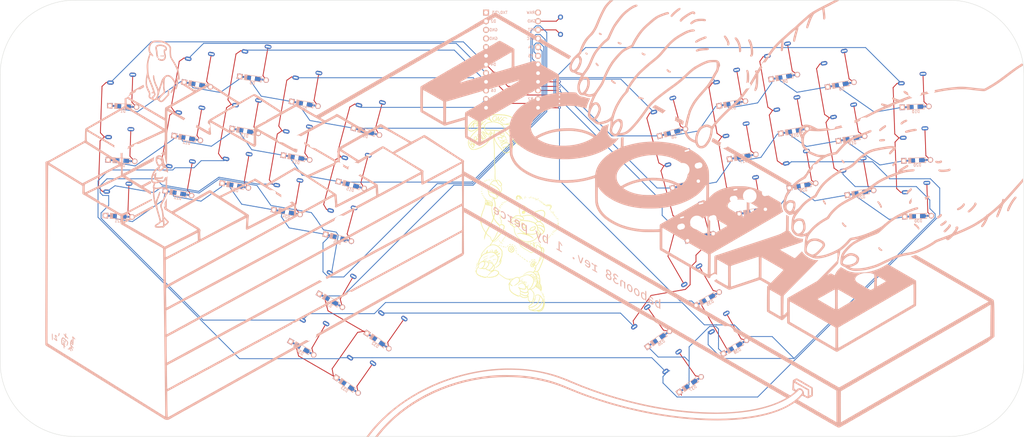
<source format=kicad_pcb>
(kicad_pcb (version 20171130) (host pcbnew "(5.1.5)-1")
  (layers (0 F.Cu signal) (31 B.Cu signal) (34 B.Paste user) (35 F.Paste user) (36 B.SilkS user) (37 F.SilkS user) (38 B.Mask user) (39 F.Mask user) (44 Edge.Cuts user))
  (net 0 "")
  (net 1 "Net-(D1-Pad2)")
  (net 2 row0)
  (net 3 "Net-(D2-Pad2)")
  (net 4 "Net-(D3-Pad2)")
  (net 5 "Net-(D4-Pad2)")
  (net 6 "Net-(D5-Pad2)")
  (net 7 "Net-(D6-Pad2)")
  (net 8 row4)
  (net 9 "Net-(D7-Pad2)")
  (net 10 "Net-(D8-Pad2)")
  (net 11 "Net-(D9-Pad2)")
  (net 12 "Net-(D10-Pad2)")
  (net 13 "Net-(D11-Pad2)")
  (net 14 row1)
  (net 15 "Net-(D12-Pad2)")
  (net 16 "Net-(D13-Pad2)")
  (net 17 "Net-(D14-Pad2)")
  (net 18 "Net-(D15-Pad2)")
  (net 19 "Net-(D16-Pad2)")
  (net 20 row5)
  (net 21 "Net-(D17-Pad2)")
  (net 22 "Net-(D18-Pad2)")
  (net 23 "Net-(D19-Pad2)")
  (net 24 "Net-(D20-Pad2)")
  (net 25 "Net-(D21-Pad2)")
  (net 26 row2)
  (net 27 "Net-(D22-Pad2)")
  (net 28 "Net-(D23-Pad2)")
  (net 29 "Net-(D24-Pad2)")
  (net 30 "Net-(D25-Pad2)")
  (net 31 "Net-(D26-Pad2)")
  (net 32 row6)
  (net 33 "Net-(D27-Pad2)")
  (net 34 "Net-(D28-Pad2)")
  (net 35 "Net-(D29-Pad2)")
  (net 36 "Net-(D30-Pad2)")
  (net 37 "Net-(D31-Pad2)")
  (net 38 row7)
  (net 39 "Net-(D32-Pad2)")
  (net 40 "Net-(D33-Pad2)")
  (net 41 "Net-(D34-Pad2)")
  (net 42 "Net-(D35-Pad2)")
  (net 43 "Net-(D36-Pad2)")
  (net 44 row3)
  (net 45 "Net-(D37-Pad2)")
  (net 46 "Net-(D38-Pad2)")
  (net 47 col0)
  (net 48 col1)
  (net 49 col2)
  (net 50 col3)
  (net 51 col4)
  (net 52 reset)
  (net 53 GND)
  (net 54 "Net-(U1-Pad24)")
  (net 55 "Net-(U1-Pad12)")
  (net 56 VCC)
  (net 57 "Net-(U1-Pad6)")
  (net 58 "Net-(U1-Pad5)")
  (net 59 "Net-(U1-Pad2)")
  (net 60 "Net-(U1-Pad1)")
  (module MountingHole:MountingHole_2.2mm_M2 (layer F.Cu) (at 15 130)
    (fp_text reference REF** hide)
    (fp_text value MountingHole_2.2mm_M2)
    (pad 1 np_thru_hole circle (at 0 0) (size 2.2 2.2) (drill 2.2) (layers *.Cu *.Mask))
  )
  (module MountingHole:MountingHole_2.2mm_M2 (layer F.Cu) (at 285 130)
    (fp_text reference REF** hide)
    (fp_text value MountingHole_2.2mm_M2)
    (pad 1 np_thru_hole circle (at 0 0) (size 2.2 2.2) (drill 2.2) (layers *.Cu *.Mask))
  )
  (module MountingHole:MountingHole_2.2mm_M2 (layer F.Cu) (at 285 32)
    (fp_text reference REF** hide)
    (fp_text value MountingHole_2.2mm_M2)
    (pad 1 np_thru_hole circle (at 0 0) (size 2.2 2.2) (drill 2.2) (layers *.Cu *.Mask))
  )
  (module MountingHole:MountingHole_2.2mm_M2 (layer F.Cu) (at 15 32)
    (fp_text reference REF** hide)
    (fp_text value MountingHole_2.2mm_M2)
    (pad 1 np_thru_hole circle (at 0 0) (size 2.2 2.2) (drill 2.2) (layers *.Cu *.Mask))
  )
  (module perce:baboonback (layer B.Cu) (at 149.6 81.1 180)
    (fp_text reference G*** hide)
    (fp_text value LOGO hide)
  )
  (module perce:baboonv2smaller (layer F.Cu) (at 150.5 78.9)
    (fp_text reference G*** hide)
    (fp_text value LOGO hide)
  )
  (module perce:tact_switch_5mm_noborder (layer B.Cu) (at 164.2 24.5 90)
    (fp_text reference SW1 hide)
    (fp_text value SW_Push hide)
    (pad 2 thru_hole circle (at 2.54 0 90) (size 1.5 1.5) (drill 0.8) (layers *.Cu *.Mask) (net 53 GND))
    (pad 1 thru_hole circle (at -2.54 0 90) (size 1.5 1.5) (drill 0.8) (layers *.Cu *.Mask) (net 52 reset))
  )
  (module Keebio-Parts:ArduinoProMicro-TopSide (layer F.Cu) (at 150 34.6 270)
    (fp_text reference U1 hide)
    (fp_text value ProMicro hide)
    (fp_text user RAW (at -13.97 -5.461) (layer B.SilkS) (effects (font (size 0.8 0.8)) (justify mirror)))
    (fp_text user RST (at -8.92 -5.73312) (layer B.SilkS) (effects (font (size 0.8 0.8)) (justify mirror)))
    (fp_text user TX0/D3 (at -13.97 3.571872) (layer B.SilkS) (effects (font (size 0.8 0.8)) (justify mirror)))
    (fp_text user D2 (at -11.43 5.461) (layer B.SilkS) (effects (font (size 0.8 0.8)) (justify mirror)))
    (fp_text user D0 (at -1.27 5.461) (layer B.SilkS) (effects (font (size 0.8 0.8)) (justify mirror)))
    (fp_text user D1 (at -3.81 5.461) (layer B.SilkS) (effects (font (size 0.8 0.8)) (justify mirror)))
    (fp_text user GND (at -6.35 5.461) (layer B.SilkS) (effects (font (size 0.8 0.8)) (justify mirror)))
    (fp_text user D4 (at 1.27 5.461) (layer B.SilkS) (effects (font (size 0.8 0.8)) (justify mirror)))
    (fp_text user C6 (at 3.81 5.461) (layer B.SilkS) (effects (font (size 0.8 0.8)) (justify mirror)))
    (fp_text user D7 (at 6.35 5.461) (layer B.SilkS) (effects (font (size 0.8 0.8)) (justify mirror)))
    (fp_text user E6 (at 8.89 5.461) (layer B.SilkS) (effects (font (size 0.8 0.8)) (justify mirror)))
    (fp_text user B4 (at 11.43 5.461) (layer B.SilkS) (effects (font (size 0.8 0.8)) (justify mirror)))
    (fp_text user B5 (at 13.97 5.461) (layer B.SilkS) (effects (font (size 0.8 0.8)) (justify mirror)))
    (fp_text user B6 (at 13.97 -5.461) (layer B.SilkS) (effects (font (size 0.8 0.8)) (justify mirror)))
    (fp_text user B2 (at 11.43 -5.461) (layer B.SilkS) (effects (font (size 0.8 0.8)) (justify mirror)))
    (fp_text user B3 (at 8.89 -5.461) (layer B.SilkS) (effects (font (size 0.8 0.8)) (justify mirror)))
    (fp_text user B1 (at 6.35 -5.461) (layer B.SilkS) (effects (font (size 0.8 0.8)) (justify mirror)))
    (fp_text user F7 (at 3.81 -5.461) (layer B.SilkS) (effects (font (size 0.8 0.8)) (justify mirror)))
    (fp_text user F6 (at 1.27 -5.461) (layer B.SilkS) (effects (font (size 0.8 0.8)) (justify mirror)))
    (fp_text user F5 (at -1.27 -5.461) (layer B.SilkS) (effects (font (size 0.8 0.8)) (justify mirror)))
    (fp_text user F4 (at -3.81 -5.461) (layer B.SilkS) (effects (font (size 0.8 0.8)) (justify mirror)))
    (fp_text user VCC (at -6.35 -5.461) (layer B.SilkS) (effects (font (size 0.8 0.8)) (justify mirror)))
    (fp_text user GND (at -8.89 5.461) (layer B.SilkS) (effects (font (size 0.8 0.8)) (justify mirror)))
    (fp_text user GND (at -11.46 -5.73312) (layer B.SilkS) (effects (font (size 0.8 0.8)) (justify mirror)))
    (pad 24 thru_hole circle (at -13.97 -7.62 270) (size 1.7526 1.7526) (drill 1.0922) (layers *.Cu *.SilkS *.Mask) (net 54 "Net-(U1-Pad24)"))
    (pad 12 thru_hole circle (at 13.97 7.62 270) (size 1.7526 1.7526) (drill 1.0922) (layers *.Cu *.SilkS *.Mask) (net 55 "Net-(U1-Pad12)"))
    (pad 23 thru_hole circle (at -11.43 -7.62 270) (size 1.7526 1.7526) (drill 1.0922) (layers *.Cu *.SilkS *.Mask) (net 53 GND))
    (pad 22 thru_hole circle (at -8.89 -7.62 270) (size 1.7526 1.7526) (drill 1.0922) (layers *.Cu *.SilkS *.Mask) (net 52 reset))
    (pad 21 thru_hole circle (at -6.35 -7.62 270) (size 1.7526 1.7526) (drill 1.0922) (layers *.Cu *.SilkS *.Mask) (net 56 VCC))
    (pad 20 thru_hole circle (at -3.81 -7.62 270) (size 1.7526 1.7526) (drill 1.0922) (layers *.Cu *.SilkS *.Mask) (net 2 row0))
    (pad 19 thru_hole circle (at -1.27 -7.62 270) (size 1.7526 1.7526) (drill 1.0922) (layers *.Cu *.SilkS *.Mask) (net 14 row1))
    (pad 18 thru_hole circle (at 1.27 -7.62 270) (size 1.7526 1.7526) (drill 1.0922) (layers *.Cu *.SilkS *.Mask) (net 26 row2))
    (pad 17 thru_hole circle (at 3.81 -7.62 270) (size 1.7526 1.7526) (drill 1.0922) (layers *.Cu *.SilkS *.Mask) (net 44 row3))
    (pad 16 thru_hole circle (at 6.35 -7.62 270) (size 1.7526 1.7526) (drill 1.0922) (layers *.Cu *.SilkS *.Mask) (net 8 row4))
    (pad 15 thru_hole circle (at 8.89 -7.62 270) (size 1.7526 1.7526) (drill 1.0922) (layers *.Cu *.SilkS *.Mask) (net 20 row5))
    (pad 14 thru_hole circle (at 11.43 -7.62 270) (size 1.7526 1.7526) (drill 1.0922) (layers *.Cu *.SilkS *.Mask) (net 32 row6))
    (pad 13 thru_hole circle (at 13.97 -7.62 270) (size 1.7526 1.7526) (drill 1.0922) (layers *.Cu *.SilkS *.Mask) (net 38 row7))
    (pad 11 thru_hole circle (at 11.43 7.62 270) (size 1.7526 1.7526) (drill 1.0922) (layers *.Cu *.SilkS *.Mask) (net 51 col4))
    (pad 10 thru_hole circle (at 8.89 7.62 270) (size 1.7526 1.7526) (drill 1.0922) (layers *.Cu *.SilkS *.Mask) (net 50 col3))
    (pad 9 thru_hole circle (at 6.35 7.62 270) (size 1.7526 1.7526) (drill 1.0922) (layers *.Cu *.SilkS *.Mask) (net 49 col2))
    (pad 8 thru_hole circle (at 3.81 7.62 270) (size 1.7526 1.7526) (drill 1.0922) (layers *.Cu *.SilkS *.Mask) (net 48 col1))
    (pad 7 thru_hole circle (at 1.27 7.62 270) (size 1.7526 1.7526) (drill 1.0922) (layers *.Cu *.SilkS *.Mask) (net 47 col0))
    (pad 6 thru_hole circle (at -1.27 7.62 270) (size 1.7526 1.7526) (drill 1.0922) (layers *.Cu *.SilkS *.Mask) (net 57 "Net-(U1-Pad6)"))
    (pad 5 thru_hole circle (at -3.81 7.62 270) (size 1.7526 1.7526) (drill 1.0922) (layers *.Cu *.SilkS *.Mask) (net 58 "Net-(U1-Pad5)"))
    (pad 4 thru_hole circle (at -6.35 7.62 270) (size 1.7526 1.7526) (drill 1.0922) (layers *.Cu *.SilkS *.Mask) (net 53 GND))
    (pad 3 thru_hole circle (at -8.89 7.62 270) (size 1.7526 1.7526) (drill 1.0922) (layers *.Cu *.SilkS *.Mask) (net 53 GND))
    (pad 2 thru_hole circle (at -11.43 7.62 270) (size 1.7526 1.7526) (drill 1.0922) (layers *.Cu *.SilkS *.Mask) (net 59 "Net-(U1-Pad2)"))
    (pad 1 thru_hole rect (at -13.97 7.62 270) (size 1.7526 1.7526) (drill 1.0922) (layers *.Cu *.SilkS *.Mask) (net 60 "Net-(U1-Pad1)"))
  )
  (module perce:CherryMX_MidHeight_16mm_rev2 (layer F.Cu) (at 219.654963 74.432607 10)
    (fp_text reference MX27 hide)
    (fp_text value MX-1U hide)
    (pad "" np_thru_hole circle (at 5.08 0 190) (size 1.68 1.68) (drill 1.68) (layers *.Cu *.Mask))
    (pad "" np_thru_hole circle (at -5.08 0 190) (size 1.68 1.68) (drill 1.68) (layers *.Cu *.Mask))
    (pad "" np_thru_hole circle (at 0 0 280) (size 3.98 3.98) (drill 3.98) (layers *.Cu *.Mask))
    (pad "" np_thru_hole circle (at 4.5 0 190) (size 1.68 1.68) (drill 1.68) (layers *.Cu *.Mask))
    (pad "" np_thru_hole circle (at -4.5 0 190) (size 1.68 1.68) (drill 1.68) (layers *.Cu *.Mask))
    (pad 2 thru_hole oval (at 2.64 -5.08 10) (size 2 1.2) (drill oval 1.4 0.4) (layers *.Cu B.Mask) (net 33 "Net-(D27-Pad2)"))
    (pad 1 thru_hole oval (at -3.81 -2.54 10) (size 2 1.2) (drill oval 1.2 0.4) (layers *.Cu B.Mask) (net 48 col1))
  )
  (module perce:CherryMX_MidHeight_16mm_rev2 (layer F.Cu) (at 35.48034 59.842331 358)
    (fp_text reference MX11 hide)
    (fp_text value MX-1U hide)
    (pad "" np_thru_hole circle (at 5.08 0 178) (size 1.68 1.68) (drill 1.68) (layers *.Cu *.Mask))
    (pad "" np_thru_hole circle (at -5.08 0 178) (size 1.68 1.68) (drill 1.68) (layers *.Cu *.Mask))
    (pad "" np_thru_hole circle (at 0 0 268) (size 3.98 3.98) (drill 3.98) (layers *.Cu *.Mask))
    (pad "" np_thru_hole circle (at 4.5 0 178) (size 1.68 1.68) (drill 1.68) (layers *.Cu *.Mask))
    (pad "" np_thru_hole circle (at -4.5 0 178) (size 1.68 1.68) (drill 1.68) (layers *.Cu *.Mask))
    (pad 2 thru_hole oval (at 2.64 -5.08 358) (size 2 1.2) (drill oval 1.4 0.4) (layers *.Cu B.Mask) (net 13 "Net-(D11-Pad2)"))
    (pad 1 thru_hole oval (at -3.81 -2.54 358) (size 2 1.2) (drill oval 1.2 0.4) (layers *.Cu B.Mask) (net 47 col0))
  )
  (module Keebio-Parts:Diode-dual (layer B.Cu) (at 215.321488 118.746587 210)
    (fp_text reference D38 (at -0.0254 -1.4 210) (layer B.SilkS) (effects (font (size 0.8 0.8)) (justify mirror)))
    (fp_text value D_Small hide)
    (pad 1 smd rect (at 2.5 0 210) (size 2.9 0.5) (layers B.Cu) (net 38 row7))
    (pad 2 smd rect (at -2.5 0 210) (size 2.9 0.5) (layers B.Cu) (net 46 "Net-(D38-Pad2)"))
    (pad 1 thru_hole rect (at 3.9 0 210) (size 1.6 1.6) (drill 1) (layers *.Cu *.Mask B.SilkS) (net 38 row7))
    (pad 2 thru_hole circle (at -3.9 0 210) (size 1.6 1.6) (drill 1) (layers *.Cu *.Mask B.SilkS) (net 46 "Net-(D38-Pad2)"))
    (pad 2 smd rect (at -1.4 0 210) (size 1.6 1.2) (layers B.Cu B.Paste B.Mask) (net 46 "Net-(D38-Pad2)"))
    (pad 1 smd rect (at 1.4 0 210) (size 1.6 1.2) (layers B.Cu B.Paste B.Mask) (net 38 row7))
    (pad 1 smd rect (at 2.5 0 210) (size 2.9 0.5) (layers F.Cu) (net 38 row7))
    (pad 1 smd rect (at 1.4 0 210) (size 1.6 1.2) (layers F.Cu F.Paste F.Mask) (net 38 row7))
    (pad 2 smd rect (at -1.4 0 210) (size 1.6 1.2) (layers F.Cu F.Paste F.Mask) (net 46 "Net-(D38-Pad2)"))
    (pad 2 smd rect (at -2.5 0 210) (size 2.9 0.5) (layers F.Cu) (net 46 "Net-(D38-Pad2)"))
  )
  (module Keebio-Parts:Diode-dual (layer B.Cu) (at 202.212945 129.74596 215)
    (fp_text reference D37 (at -0.0254 -1.4 215) (layer B.SilkS) (effects (font (size 0.8 0.8)) (justify mirror)))
    (fp_text value D_Small hide)
    (pad 1 smd rect (at 2.5 0 215) (size 2.9 0.5) (layers B.Cu) (net 38 row7))
    (pad 2 smd rect (at -2.5 0 215) (size 2.9 0.5) (layers B.Cu) (net 45 "Net-(D37-Pad2)"))
    (pad 1 thru_hole rect (at 3.9 0 215) (size 1.6 1.6) (drill 1) (layers *.Cu *.Mask B.SilkS) (net 38 row7))
    (pad 2 thru_hole circle (at -3.9 0 215) (size 1.6 1.6) (drill 1) (layers *.Cu *.Mask B.SilkS) (net 45 "Net-(D37-Pad2)"))
    (pad 2 smd rect (at -1.4 0 215) (size 1.6 1.2) (layers B.Cu B.Paste B.Mask) (net 45 "Net-(D37-Pad2)"))
    (pad 1 smd rect (at 1.4 0 215) (size 1.6 1.2) (layers B.Cu B.Paste B.Mask) (net 38 row7))
    (pad 1 smd rect (at 2.5 0 215) (size 2.9 0.5) (layers F.Cu) (net 38 row7))
    (pad 1 smd rect (at 1.4 0 215) (size 1.6 1.2) (layers F.Cu F.Paste F.Mask) (net 38 row7))
    (pad 2 smd rect (at -1.4 0 215) (size 1.6 1.2) (layers F.Cu F.Paste F.Mask) (net 45 "Net-(D37-Pad2)"))
    (pad 2 smd rect (at -2.5 0 215) (size 2.9 0.5) (layers F.Cu) (net 45 "Net-(D37-Pad2)"))
  )
  (module Keebio-Parts:Diode-dual (layer B.Cu) (at 192.941968 116.387106 215)
    (fp_text reference D36 (at -0.0254 -1.4 215) (layer B.SilkS) (effects (font (size 0.8 0.8)) (justify mirror)))
    (fp_text value D_Small hide)
    (pad 1 smd rect (at 2.5 0 215) (size 2.9 0.5) (layers B.Cu) (net 38 row7))
    (pad 2 smd rect (at -2.5 0 215) (size 2.9 0.5) (layers B.Cu) (net 43 "Net-(D36-Pad2)"))
    (pad 1 thru_hole rect (at 3.9 0 215) (size 1.6 1.6) (drill 1) (layers *.Cu *.Mask B.SilkS) (net 38 row7))
    (pad 2 thru_hole circle (at -3.9 0 215) (size 1.6 1.6) (drill 1) (layers *.Cu *.Mask B.SilkS) (net 43 "Net-(D36-Pad2)"))
    (pad 2 smd rect (at -1.4 0 215) (size 1.6 1.2) (layers B.Cu B.Paste B.Mask) (net 43 "Net-(D36-Pad2)"))
    (pad 1 smd rect (at 1.4 0 215) (size 1.6 1.2) (layers B.Cu B.Paste B.Mask) (net 38 row7))
    (pad 1 smd rect (at 2.5 0 215) (size 2.9 0.5) (layers F.Cu) (net 38 row7))
    (pad 1 smd rect (at 1.4 0 215) (size 1.6 1.2) (layers F.Cu F.Paste F.Mask) (net 38 row7))
    (pad 2 smd rect (at -1.4 0 215) (size 1.6 1.2) (layers F.Cu F.Paste F.Mask) (net 43 "Net-(D36-Pad2)"))
    (pad 2 smd rect (at -2.5 0 215) (size 2.9 0.5) (layers F.Cu) (net 43 "Net-(D36-Pad2)"))
  )
  (module Keebio-Parts:Diode-dual (layer B.Cu) (at 207.324382 104.595746 210)
    (fp_text reference D35 (at -0.0254 -1.4 210) (layer B.SilkS) (effects (font (size 0.8 0.8)) (justify mirror)))
    (fp_text value D_Small hide)
    (pad 1 smd rect (at 2.5 0 210) (size 2.9 0.5) (layers B.Cu) (net 38 row7))
    (pad 2 smd rect (at -2.5 0 210) (size 2.9 0.5) (layers B.Cu) (net 42 "Net-(D35-Pad2)"))
    (pad 1 thru_hole rect (at 3.9 0 210) (size 1.6 1.6) (drill 1) (layers *.Cu *.Mask B.SilkS) (net 38 row7))
    (pad 2 thru_hole circle (at -3.9 0 210) (size 1.6 1.6) (drill 1) (layers *.Cu *.Mask B.SilkS) (net 42 "Net-(D35-Pad2)"))
    (pad 2 smd rect (at -1.4 0 210) (size 1.6 1.2) (layers B.Cu B.Paste B.Mask) (net 42 "Net-(D35-Pad2)"))
    (pad 1 smd rect (at 1.4 0 210) (size 1.6 1.2) (layers B.Cu B.Paste B.Mask) (net 38 row7))
    (pad 1 smd rect (at 2.5 0 210) (size 2.9 0.5) (layers F.Cu) (net 38 row7))
    (pad 1 smd rect (at 1.4 0 210) (size 1.6 1.2) (layers F.Cu F.Paste F.Mask) (net 38 row7))
    (pad 2 smd rect (at -1.4 0 210) (size 1.6 1.2) (layers F.Cu F.Paste F.Mask) (net 42 "Net-(D35-Pad2)"))
    (pad 2 smd rect (at -2.5 0 210) (size 2.9 0.5) (layers F.Cu) (net 42 "Net-(D35-Pad2)"))
  )
  (module Keebio-Parts:Diode-dual (layer B.Cu) (at 88.493121 119.112001 150)
    (fp_text reference D34 (at -0.0254 -1.4 330) (layer B.SilkS) (effects (font (size 0.8 0.8)) (justify mirror)))
    (fp_text value D_Small hide)
    (pad 1 smd rect (at 2.5 0 150) (size 2.9 0.5) (layers B.Cu) (net 44 row3))
    (pad 2 smd rect (at -2.5 0 150) (size 2.9 0.5) (layers B.Cu) (net 41 "Net-(D34-Pad2)"))
    (pad 1 thru_hole rect (at 3.9 0 150) (size 1.6 1.6) (drill 1) (layers *.Cu *.Mask B.SilkS) (net 44 row3))
    (pad 2 thru_hole circle (at -3.9 0 150) (size 1.6 1.6) (drill 1) (layers *.Cu *.Mask B.SilkS) (net 41 "Net-(D34-Pad2)"))
    (pad 2 smd rect (at -1.4 0 150) (size 1.6 1.2) (layers B.Cu B.Paste B.Mask) (net 41 "Net-(D34-Pad2)"))
    (pad 1 smd rect (at 1.4 0 150) (size 1.6 1.2) (layers B.Cu B.Paste B.Mask) (net 44 row3))
    (pad 1 smd rect (at 2.5 0 150) (size 2.9 0.5) (layers F.Cu) (net 44 row3))
    (pad 1 smd rect (at 1.4 0 150) (size 1.6 1.2) (layers F.Cu F.Paste F.Mask) (net 44 row3))
    (pad 2 smd rect (at -1.4 0 150) (size 1.6 1.2) (layers F.Cu F.Paste F.Mask) (net 41 "Net-(D34-Pad2)"))
    (pad 2 smd rect (at -2.5 0 150) (size 2.9 0.5) (layers F.Cu) (net 41 "Net-(D34-Pad2)"))
  )
  (module Keebio-Parts:Diode-dual (layer B.Cu) (at 101.692566 130.003038 145)
    (fp_text reference D33 (at -0.0254 -1.4 325) (layer B.SilkS) (effects (font (size 0.8 0.8)) (justify mirror)))
    (fp_text value D_Small hide)
    (pad 1 smd rect (at 2.5 0 145) (size 2.9 0.5) (layers B.Cu) (net 44 row3))
    (pad 2 smd rect (at -2.5 0 145) (size 2.9 0.5) (layers B.Cu) (net 40 "Net-(D33-Pad2)"))
    (pad 1 thru_hole rect (at 3.9 0 145) (size 1.6 1.6) (drill 1) (layers *.Cu *.Mask B.SilkS) (net 44 row3))
    (pad 2 thru_hole circle (at -3.9 0 145) (size 1.6 1.6) (drill 1) (layers *.Cu *.Mask B.SilkS) (net 40 "Net-(D33-Pad2)"))
    (pad 2 smd rect (at -1.4 0 145) (size 1.6 1.2) (layers B.Cu B.Paste B.Mask) (net 40 "Net-(D33-Pad2)"))
    (pad 1 smd rect (at 1.4 0 145) (size 1.6 1.2) (layers B.Cu B.Paste B.Mask) (net 44 row3))
    (pad 1 smd rect (at 2.5 0 145) (size 2.9 0.5) (layers F.Cu) (net 44 row3))
    (pad 1 smd rect (at 1.4 0 145) (size 1.6 1.2) (layers F.Cu F.Paste F.Mask) (net 44 row3))
    (pad 2 smd rect (at -1.4 0 145) (size 1.6 1.2) (layers F.Cu F.Paste F.Mask) (net 40 "Net-(D33-Pad2)"))
    (pad 2 smd rect (at -2.5 0 145) (size 2.9 0.5) (layers F.Cu) (net 40 "Net-(D33-Pad2)"))
  )
  (module Keebio-Parts:Diode-dual (layer B.Cu) (at 110.690832 116.969189 145)
    (fp_text reference D32 (at -0.0254 -1.4 325) (layer B.SilkS) (effects (font (size 0.8 0.8)) (justify mirror)))
    (fp_text value D_Small hide)
    (pad 1 smd rect (at 2.5 0 145) (size 2.9 0.5) (layers B.Cu) (net 44 row3))
    (pad 2 smd rect (at -2.5 0 145) (size 2.9 0.5) (layers B.Cu) (net 39 "Net-(D32-Pad2)"))
    (pad 1 thru_hole rect (at 3.9 0 145) (size 1.6 1.6) (drill 1) (layers *.Cu *.Mask B.SilkS) (net 44 row3))
    (pad 2 thru_hole circle (at -3.9 0 145) (size 1.6 1.6) (drill 1) (layers *.Cu *.Mask B.SilkS) (net 39 "Net-(D32-Pad2)"))
    (pad 2 smd rect (at -1.4 0 145) (size 1.6 1.2) (layers B.Cu B.Paste B.Mask) (net 39 "Net-(D32-Pad2)"))
    (pad 1 smd rect (at 1.4 0 145) (size 1.6 1.2) (layers B.Cu B.Paste B.Mask) (net 44 row3))
    (pad 1 smd rect (at 2.5 0 145) (size 2.9 0.5) (layers F.Cu) (net 44 row3))
    (pad 1 smd rect (at 1.4 0 145) (size 1.6 1.2) (layers F.Cu F.Paste F.Mask) (net 44 row3))
    (pad 2 smd rect (at -1.4 0 145) (size 1.6 1.2) (layers F.Cu F.Paste F.Mask) (net 39 "Net-(D32-Pad2)"))
    (pad 2 smd rect (at -2.5 0 145) (size 2.9 0.5) (layers F.Cu) (net 39 "Net-(D32-Pad2)"))
  )
  (module Keebio-Parts:Diode-dual (layer B.Cu) (at 96.906134 105.125536 150)
    (fp_text reference D31 (at -0.0254 -1.4 330) (layer B.SilkS) (effects (font (size 0.8 0.8)) (justify mirror)))
    (fp_text value D_Small hide)
    (pad 1 smd rect (at 2.5 0 150) (size 2.9 0.5) (layers B.Cu) (net 44 row3))
    (pad 2 smd rect (at -2.5 0 150) (size 2.9 0.5) (layers B.Cu) (net 37 "Net-(D31-Pad2)"))
    (pad 1 thru_hole rect (at 3.9 0 150) (size 1.6 1.6) (drill 1) (layers *.Cu *.Mask B.SilkS) (net 44 row3))
    (pad 2 thru_hole circle (at -3.9 0 150) (size 1.6 1.6) (drill 1) (layers *.Cu *.Mask B.SilkS) (net 37 "Net-(D31-Pad2)"))
    (pad 2 smd rect (at -1.4 0 150) (size 1.6 1.2) (layers B.Cu B.Paste B.Mask) (net 37 "Net-(D31-Pad2)"))
    (pad 1 smd rect (at 1.4 0 150) (size 1.6 1.2) (layers B.Cu B.Paste B.Mask) (net 44 row3))
    (pad 1 smd rect (at 2.5 0 150) (size 2.9 0.5) (layers F.Cu) (net 44 row3))
    (pad 1 smd rect (at 1.4 0 150) (size 1.6 1.2) (layers F.Cu F.Paste F.Mask) (net 44 row3))
    (pad 2 smd rect (at -1.4 0 150) (size 1.6 1.2) (layers F.Cu F.Paste F.Mask) (net 37 "Net-(D31-Pad2)"))
    (pad 2 smd rect (at -2.5 0 150) (size 2.9 0.5) (layers F.Cu) (net 37 "Net-(D31-Pad2)"))
  )
  (module Keebio-Parts:Diode-dual (layer B.Cu) (at 268.969822 80.376337 182)
    (fp_text reference D30 (at -0.0254 -1.4 182) (layer B.SilkS) (effects (font (size 0.8 0.8)) (justify mirror)))
    (fp_text value D_Small hide)
    (pad 1 smd rect (at 2.5 0 182) (size 2.9 0.5) (layers B.Cu) (net 32 row6))
    (pad 2 smd rect (at -2.5 0 182) (size 2.9 0.5) (layers B.Cu) (net 36 "Net-(D30-Pad2)"))
    (pad 1 thru_hole rect (at 3.9 0 182) (size 1.6 1.6) (drill 1) (layers *.Cu *.Mask B.SilkS) (net 32 row6))
    (pad 2 thru_hole circle (at -3.9 0 182) (size 1.6 1.6) (drill 1) (layers *.Cu *.Mask B.SilkS) (net 36 "Net-(D30-Pad2)"))
    (pad 2 smd rect (at -1.4 0 182) (size 1.6 1.2) (layers B.Cu B.Paste B.Mask) (net 36 "Net-(D30-Pad2)"))
    (pad 1 smd rect (at 1.4 0 182) (size 1.6 1.2) (layers B.Cu B.Paste B.Mask) (net 32 row6))
    (pad 1 smd rect (at 2.5 0 182) (size 2.9 0.5) (layers F.Cu) (net 32 row6))
    (pad 1 smd rect (at 1.4 0 182) (size 1.6 1.2) (layers F.Cu F.Paste F.Mask) (net 32 row6))
    (pad 2 smd rect (at -1.4 0 182) (size 1.6 1.2) (layers F.Cu F.Paste F.Mask) (net 36 "Net-(D30-Pad2)"))
    (pad 2 smd rect (at -2.5 0 182) (size 2.9 0.5) (layers F.Cu) (net 36 "Net-(D30-Pad2)"))
  )
  (module Keebio-Parts:Diode-dual (layer B.Cu) (at 252.106676 73.480377 190)
    (fp_text reference D29 (at -0.0254 -1.4 190) (layer B.SilkS) (effects (font (size 0.8 0.8)) (justify mirror)))
    (fp_text value D_Small hide)
    (pad 1 smd rect (at 2.5 0 190) (size 2.9 0.5) (layers B.Cu) (net 32 row6))
    (pad 2 smd rect (at -2.5 0 190) (size 2.9 0.5) (layers B.Cu) (net 35 "Net-(D29-Pad2)"))
    (pad 1 thru_hole rect (at 3.9 0 190) (size 1.6 1.6) (drill 1) (layers *.Cu *.Mask B.SilkS) (net 32 row6))
    (pad 2 thru_hole circle (at -3.9 0 190) (size 1.6 1.6) (drill 1) (layers *.Cu *.Mask B.SilkS) (net 35 "Net-(D29-Pad2)"))
    (pad 2 smd rect (at -1.4 0 190) (size 1.6 1.2) (layers B.Cu B.Paste B.Mask) (net 35 "Net-(D29-Pad2)"))
    (pad 1 smd rect (at 1.4 0 190) (size 1.6 1.2) (layers B.Cu B.Paste B.Mask) (net 32 row6))
    (pad 1 smd rect (at 2.5 0 190) (size 2.9 0.5) (layers F.Cu) (net 32 row6))
    (pad 1 smd rect (at 1.4 0 190) (size 1.6 1.2) (layers F.Cu F.Paste F.Mask) (net 32 row6))
    (pad 2 smd rect (at -1.4 0 190) (size 1.6 1.2) (layers F.Cu F.Paste F.Mask) (net 35 "Net-(D29-Pad2)"))
    (pad 2 smd rect (at -2.5 0 190) (size 2.9 0.5) (layers F.Cu) (net 35 "Net-(D29-Pad2)"))
  )
  (module Keebio-Parts:Diode-dual (layer B.Cu) (at 235.12404 71.392297 190)
    (fp_text reference D28 (at -0.0254 -1.4 190) (layer B.SilkS) (effects (font (size 0.8 0.8)) (justify mirror)))
    (fp_text value D_Small hide)
    (pad 1 smd rect (at 2.5 0 190) (size 2.9 0.5) (layers B.Cu) (net 32 row6))
    (pad 2 smd rect (at -2.5 0 190) (size 2.9 0.5) (layers B.Cu) (net 34 "Net-(D28-Pad2)"))
    (pad 1 thru_hole rect (at 3.9 0 190) (size 1.6 1.6) (drill 1) (layers *.Cu *.Mask B.SilkS) (net 32 row6))
    (pad 2 thru_hole circle (at -3.9 0 190) (size 1.6 1.6) (drill 1) (layers *.Cu *.Mask B.SilkS) (net 34 "Net-(D28-Pad2)"))
    (pad 2 smd rect (at -1.4 0 190) (size 1.6 1.2) (layers B.Cu B.Paste B.Mask) (net 34 "Net-(D28-Pad2)"))
    (pad 1 smd rect (at 1.4 0 190) (size 1.6 1.2) (layers B.Cu B.Paste B.Mask) (net 32 row6))
    (pad 1 smd rect (at 2.5 0 190) (size 2.9 0.5) (layers F.Cu) (net 32 row6))
    (pad 1 smd rect (at 1.4 0 190) (size 1.6 1.2) (layers F.Cu F.Paste F.Mask) (net 32 row6))
    (pad 2 smd rect (at -1.4 0 190) (size 1.6 1.2) (layers F.Cu F.Paste F.Mask) (net 34 "Net-(D28-Pad2)"))
    (pad 2 smd rect (at -2.5 0 190) (size 2.9 0.5) (layers F.Cu) (net 34 "Net-(D28-Pad2)"))
  )
  (module Keebio-Parts:Diode-dual (layer B.Cu) (at 220.401626 79.038249 190)
    (fp_text reference D27 (at -0.0254 -1.4 190) (layer B.SilkS) (effects (font (size 0.8 0.8)) (justify mirror)))
    (fp_text value D_Small hide)
    (pad 1 smd rect (at 2.5 0 190) (size 2.9 0.5) (layers B.Cu) (net 32 row6))
    (pad 2 smd rect (at -2.5 0 190) (size 2.9 0.5) (layers B.Cu) (net 33 "Net-(D27-Pad2)"))
    (pad 1 thru_hole rect (at 3.9 0 190) (size 1.6 1.6) (drill 1) (layers *.Cu *.Mask B.SilkS) (net 32 row6))
    (pad 2 thru_hole circle (at -3.9 0 190) (size 1.6 1.6) (drill 1) (layers *.Cu *.Mask B.SilkS) (net 33 "Net-(D27-Pad2)"))
    (pad 2 smd rect (at -1.4 0 190) (size 1.6 1.2) (layers B.Cu B.Paste B.Mask) (net 33 "Net-(D27-Pad2)"))
    (pad 1 smd rect (at 1.4 0 190) (size 1.6 1.2) (layers B.Cu B.Paste B.Mask) (net 32 row6))
    (pad 1 smd rect (at 2.5 0 190) (size 2.9 0.5) (layers F.Cu) (net 32 row6))
    (pad 1 smd rect (at 1.4 0 190) (size 1.6 1.2) (layers F.Cu F.Paste F.Mask) (net 32 row6))
    (pad 2 smd rect (at -1.4 0 190) (size 1.6 1.2) (layers F.Cu F.Paste F.Mask) (net 33 "Net-(D27-Pad2)"))
    (pad 2 smd rect (at -2.5 0 190) (size 2.9 0.5) (layers F.Cu) (net 33 "Net-(D27-Pad2)"))
  )
  (module Keebio-Parts:Diode-dual (layer B.Cu) (at 205.189834 86.541004 195)
    (fp_text reference D26 (at -0.0254 -1.4 195) (layer B.SilkS) (effects (font (size 0.8 0.8)) (justify mirror)))
    (fp_text value D_Small hide)
    (pad 1 smd rect (at 2.5 0 195) (size 2.9 0.5) (layers B.Cu) (net 32 row6))
    (pad 2 smd rect (at -2.5 0 195) (size 2.9 0.5) (layers B.Cu) (net 31 "Net-(D26-Pad2)"))
    (pad 1 thru_hole rect (at 3.9 0 195) (size 1.6 1.6) (drill 1) (layers *.Cu *.Mask B.SilkS) (net 32 row6))
    (pad 2 thru_hole circle (at -3.9 0 195) (size 1.6 1.6) (drill 1) (layers *.Cu *.Mask B.SilkS) (net 31 "Net-(D26-Pad2)"))
    (pad 2 smd rect (at -1.4 0 195) (size 1.6 1.2) (layers B.Cu B.Paste B.Mask) (net 31 "Net-(D26-Pad2)"))
    (pad 1 smd rect (at 1.4 0 195) (size 1.6 1.2) (layers B.Cu B.Paste B.Mask) (net 32 row6))
    (pad 1 smd rect (at 2.5 0 195) (size 2.9 0.5) (layers F.Cu) (net 32 row6))
    (pad 1 smd rect (at 1.4 0 195) (size 1.6 1.2) (layers F.Cu F.Paste F.Mask) (net 32 row6))
    (pad 2 smd rect (at -1.4 0 195) (size 1.6 1.2) (layers F.Cu F.Paste F.Mask) (net 31 "Net-(D26-Pad2)"))
    (pad 2 smd rect (at -2.5 0 195) (size 2.9 0.5) (layers F.Cu) (net 31 "Net-(D26-Pad2)"))
  )
  (module Keebio-Parts:Diode-dual (layer B.Cu) (at 99.145975 86.711401 165)
    (fp_text reference D25 (at -0.0254 -1.4 345) (layer B.SilkS) (effects (font (size 0.8 0.8)) (justify mirror)))
    (fp_text value D_Small hide)
    (pad 1 smd rect (at 2.5 0 165) (size 2.9 0.5) (layers B.Cu) (net 26 row2))
    (pad 2 smd rect (at -2.5 0 165) (size 2.9 0.5) (layers B.Cu) (net 30 "Net-(D25-Pad2)"))
    (pad 1 thru_hole rect (at 3.9 0 165) (size 1.6 1.6) (drill 1) (layers *.Cu *.Mask B.SilkS) (net 26 row2))
    (pad 2 thru_hole circle (at -3.9 0 165) (size 1.6 1.6) (drill 1) (layers *.Cu *.Mask B.SilkS) (net 30 "Net-(D25-Pad2)"))
    (pad 2 smd rect (at -1.4 0 165) (size 1.6 1.2) (layers B.Cu B.Paste B.Mask) (net 30 "Net-(D25-Pad2)"))
    (pad 1 smd rect (at 1.4 0 165) (size 1.6 1.2) (layers B.Cu B.Paste B.Mask) (net 26 row2))
    (pad 1 smd rect (at 2.5 0 165) (size 2.9 0.5) (layers F.Cu) (net 26 row2))
    (pad 1 smd rect (at 1.4 0 165) (size 1.6 1.2) (layers F.Cu F.Paste F.Mask) (net 26 row2))
    (pad 2 smd rect (at -1.4 0 165) (size 1.6 1.2) (layers F.Cu F.Paste F.Mask) (net 30 "Net-(D25-Pad2)"))
    (pad 2 smd rect (at -2.5 0 165) (size 2.9 0.5) (layers F.Cu) (net 30 "Net-(D25-Pad2)"))
  )
  (module Keebio-Parts:Diode-dual (layer B.Cu) (at 84.033799 79.199931 170)
    (fp_text reference D24 (at -0.0254 -1.4 350) (layer B.SilkS) (effects (font (size 0.8 0.8)) (justify mirror)))
    (fp_text value D_Small hide)
    (pad 1 smd rect (at 2.5 0 170) (size 2.9 0.5) (layers B.Cu) (net 26 row2))
    (pad 2 smd rect (at -2.5 0 170) (size 2.9 0.5) (layers B.Cu) (net 29 "Net-(D24-Pad2)"))
    (pad 1 thru_hole rect (at 3.9 0 170) (size 1.6 1.6) (drill 1) (layers *.Cu *.Mask B.SilkS) (net 26 row2))
    (pad 2 thru_hole circle (at -3.9 0 170) (size 1.6 1.6) (drill 1) (layers *.Cu *.Mask B.SilkS) (net 29 "Net-(D24-Pad2)"))
    (pad 2 smd rect (at -1.4 0 170) (size 1.6 1.2) (layers B.Cu B.Paste B.Mask) (net 29 "Net-(D24-Pad2)"))
    (pad 1 smd rect (at 1.4 0 170) (size 1.6 1.2) (layers B.Cu B.Paste B.Mask) (net 26 row2))
    (pad 1 smd rect (at 2.5 0 170) (size 2.9 0.5) (layers F.Cu) (net 26 row2))
    (pad 1 smd rect (at 1.4 0 170) (size 1.6 1.2) (layers F.Cu F.Paste F.Mask) (net 26 row2))
    (pad 2 smd rect (at -1.4 0 170) (size 1.6 1.2) (layers F.Cu F.Paste F.Mask) (net 29 "Net-(D24-Pad2)"))
    (pad 2 smd rect (at -2.5 0 170) (size 2.9 0.5) (layers F.Cu) (net 29 "Net-(D24-Pad2)"))
  )
  (module Keebio-Parts:Diode-dual (layer B.Cu) (at 68.895479 71.389601 170)
    (fp_text reference D23 (at -0.0254 -1.4 350) (layer B.SilkS) (effects (font (size 0.8 0.8)) (justify mirror)))
    (fp_text value D_Small hide)
    (pad 1 smd rect (at 2.5 0 170) (size 2.9 0.5) (layers B.Cu) (net 26 row2))
    (pad 2 smd rect (at -2.5 0 170) (size 2.9 0.5) (layers B.Cu) (net 28 "Net-(D23-Pad2)"))
    (pad 1 thru_hole rect (at 3.9 0 170) (size 1.6 1.6) (drill 1) (layers *.Cu *.Mask B.SilkS) (net 26 row2))
    (pad 2 thru_hole circle (at -3.9 0 170) (size 1.6 1.6) (drill 1) (layers *.Cu *.Mask B.SilkS) (net 28 "Net-(D23-Pad2)"))
    (pad 2 smd rect (at -1.4 0 170) (size 1.6 1.2) (layers B.Cu B.Paste B.Mask) (net 28 "Net-(D23-Pad2)"))
    (pad 1 smd rect (at 1.4 0 170) (size 1.6 1.2) (layers B.Cu B.Paste B.Mask) (net 26 row2))
    (pad 1 smd rect (at 2.5 0 170) (size 2.9 0.5) (layers F.Cu) (net 26 row2))
    (pad 1 smd rect (at 1.4 0 170) (size 1.6 1.2) (layers F.Cu F.Paste F.Mask) (net 26 row2))
    (pad 2 smd rect (at -1.4 0 170) (size 1.6 1.2) (layers F.Cu F.Paste F.Mask) (net 28 "Net-(D23-Pad2)"))
    (pad 2 smd rect (at -2.5 0 170) (size 2.9 0.5) (layers F.Cu) (net 28 "Net-(D23-Pad2)"))
  )
  (module Keebio-Parts:Diode-dual (layer B.Cu) (at 52.229132 73.650774 170)
    (fp_text reference D22 (at -0.0254 -1.4 350) (layer B.SilkS) (effects (font (size 0.8 0.8)) (justify mirror)))
    (fp_text value D_Small hide)
    (pad 1 smd rect (at 2.5 0 170) (size 2.9 0.5) (layers B.Cu) (net 26 row2))
    (pad 2 smd rect (at -2.5 0 170) (size 2.9 0.5) (layers B.Cu) (net 27 "Net-(D22-Pad2)"))
    (pad 1 thru_hole rect (at 3.9 0 170) (size 1.6 1.6) (drill 1) (layers *.Cu *.Mask B.SilkS) (net 26 row2))
    (pad 2 thru_hole circle (at -3.9 0 170) (size 1.6 1.6) (drill 1) (layers *.Cu *.Mask B.SilkS) (net 27 "Net-(D22-Pad2)"))
    (pad 2 smd rect (at -1.4 0 170) (size 1.6 1.2) (layers B.Cu B.Paste B.Mask) (net 27 "Net-(D22-Pad2)"))
    (pad 1 smd rect (at 1.4 0 170) (size 1.6 1.2) (layers B.Cu B.Paste B.Mask) (net 26 row2))
    (pad 1 smd rect (at 2.5 0 170) (size 2.9 0.5) (layers F.Cu) (net 26 row2))
    (pad 1 smd rect (at 1.4 0 170) (size 1.6 1.2) (layers F.Cu F.Paste F.Mask) (net 26 row2))
    (pad 2 smd rect (at -1.4 0 170) (size 1.6 1.2) (layers F.Cu F.Paste F.Mask) (net 27 "Net-(D22-Pad2)"))
    (pad 2 smd rect (at -2.5 0 170) (size 2.9 0.5) (layers F.Cu) (net 27 "Net-(D22-Pad2)"))
  )
  (module Keebio-Parts:Diode-dual (layer B.Cu) (at 34.750838 80.399789 177)
    (fp_text reference D21 (at -0.0254 -1.4 357) (layer B.SilkS) (effects (font (size 0.8 0.8)) (justify mirror)))
    (fp_text value D_Small hide)
    (pad 1 smd rect (at 2.5 0 177) (size 2.9 0.5) (layers B.Cu) (net 26 row2))
    (pad 2 smd rect (at -2.5 0 177) (size 2.9 0.5) (layers B.Cu) (net 25 "Net-(D21-Pad2)"))
    (pad 1 thru_hole rect (at 3.9 0 177) (size 1.6 1.6) (drill 1) (layers *.Cu *.Mask B.SilkS) (net 26 row2))
    (pad 2 thru_hole circle (at -3.9 0 177) (size 1.6 1.6) (drill 1) (layers *.Cu *.Mask B.SilkS) (net 25 "Net-(D21-Pad2)"))
    (pad 2 smd rect (at -1.4 0 177) (size 1.6 1.2) (layers B.Cu B.Paste B.Mask) (net 25 "Net-(D21-Pad2)"))
    (pad 1 smd rect (at 1.4 0 177) (size 1.6 1.2) (layers B.Cu B.Paste B.Mask) (net 26 row2))
    (pad 1 smd rect (at 2.5 0 177) (size 2.9 0.5) (layers F.Cu) (net 26 row2))
    (pad 1 smd rect (at 1.4 0 177) (size 1.6 1.2) (layers F.Cu F.Paste F.Mask) (net 26 row2))
    (pad 2 smd rect (at -1.4 0 177) (size 1.6 1.2) (layers F.Cu F.Paste F.Mask) (net 25 "Net-(D21-Pad2)"))
    (pad 2 smd rect (at -2.5 0 177) (size 2.9 0.5) (layers F.Cu) (net 25 "Net-(D21-Pad2)"))
  )
  (module Keebio-Parts:Diode-dual (layer B.Cu) (at 268.696929 63.990201 182)
    (fp_text reference D20 (at -0.0254 -1.4 182) (layer B.SilkS) (effects (font (size 0.8 0.8)) (justify mirror)))
    (fp_text value D_Small hide)
    (pad 1 smd rect (at 2.5 0 182) (size 2.9 0.5) (layers B.Cu) (net 20 row5))
    (pad 2 smd rect (at -2.5 0 182) (size 2.9 0.5) (layers B.Cu) (net 24 "Net-(D20-Pad2)"))
    (pad 1 thru_hole rect (at 3.9 0 182) (size 1.6 1.6) (drill 1) (layers *.Cu *.Mask B.SilkS) (net 20 row5))
    (pad 2 thru_hole circle (at -3.9 0 182) (size 1.6 1.6) (drill 1) (layers *.Cu *.Mask B.SilkS) (net 24 "Net-(D20-Pad2)"))
    (pad 2 smd rect (at -1.4 0 182) (size 1.6 1.2) (layers B.Cu B.Paste B.Mask) (net 24 "Net-(D20-Pad2)"))
    (pad 1 smd rect (at 1.4 0 182) (size 1.6 1.2) (layers B.Cu B.Paste B.Mask) (net 20 row5))
    (pad 1 smd rect (at 2.5 0 182) (size 2.9 0.5) (layers F.Cu) (net 20 row5))
    (pad 1 smd rect (at 1.4 0 182) (size 1.6 1.2) (layers F.Cu F.Paste F.Mask) (net 20 row5))
    (pad 2 smd rect (at -1.4 0 182) (size 1.6 1.2) (layers F.Cu F.Paste F.Mask) (net 24 "Net-(D20-Pad2)"))
    (pad 2 smd rect (at -2.5 0 182) (size 2.9 0.5) (layers F.Cu) (net 24 "Net-(D20-Pad2)"))
  )
  (module Keebio-Parts:Diode-dual (layer B.Cu) (at 249.481525 57.591116 190)
    (fp_text reference D19 (at -0.0254 -1.4 190) (layer B.SilkS) (effects (font (size 0.8 0.8)) (justify mirror)))
    (fp_text value D_Small hide)
    (pad 1 smd rect (at 2.5 0 190) (size 2.9 0.5) (layers B.Cu) (net 20 row5))
    (pad 2 smd rect (at -2.5 0 190) (size 2.9 0.5) (layers B.Cu) (net 23 "Net-(D19-Pad2)"))
    (pad 1 thru_hole rect (at 3.9 0 190) (size 1.6 1.6) (drill 1) (layers *.Cu *.Mask B.SilkS) (net 20 row5))
    (pad 2 thru_hole circle (at -3.9 0 190) (size 1.6 1.6) (drill 1) (layers *.Cu *.Mask B.SilkS) (net 23 "Net-(D19-Pad2)"))
    (pad 2 smd rect (at -1.4 0 190) (size 1.6 1.2) (layers B.Cu B.Paste B.Mask) (net 23 "Net-(D19-Pad2)"))
    (pad 1 smd rect (at 1.4 0 190) (size 1.6 1.2) (layers B.Cu B.Paste B.Mask) (net 20 row5))
    (pad 1 smd rect (at 2.5 0 190) (size 2.9 0.5) (layers F.Cu) (net 20 row5))
    (pad 1 smd rect (at 1.4 0 190) (size 1.6 1.2) (layers F.Cu F.Paste F.Mask) (net 20 row5))
    (pad 2 smd rect (at -1.4 0 190) (size 1.6 1.2) (layers F.Cu F.Paste F.Mask) (net 23 "Net-(D19-Pad2)"))
    (pad 2 smd rect (at -2.5 0 190) (size 2.9 0.5) (layers F.Cu) (net 23 "Net-(D19-Pad2)"))
  )
  (module Keebio-Parts:Diode-dual (layer B.Cu) (at 232.607225 55.412132 190)
    (fp_text reference D18 (at -0.0254 -1.4 190) (layer B.SilkS) (effects (font (size 0.8 0.8)) (justify mirror)))
    (fp_text value D_Small hide)
    (pad 1 smd rect (at 2.5 0 190) (size 2.9 0.5) (layers B.Cu) (net 20 row5))
    (pad 2 smd rect (at -2.5 0 190) (size 2.9 0.5) (layers B.Cu) (net 22 "Net-(D18-Pad2)"))
    (pad 1 thru_hole rect (at 3.9 0 190) (size 1.6 1.6) (drill 1) (layers *.Cu *.Mask B.SilkS) (net 20 row5))
    (pad 2 thru_hole circle (at -3.9 0 190) (size 1.6 1.6) (drill 1) (layers *.Cu *.Mask B.SilkS) (net 22 "Net-(D18-Pad2)"))
    (pad 2 smd rect (at -1.4 0 190) (size 1.6 1.2) (layers B.Cu B.Paste B.Mask) (net 22 "Net-(D18-Pad2)"))
    (pad 1 smd rect (at 1.4 0 190) (size 1.6 1.2) (layers B.Cu B.Paste B.Mask) (net 20 row5))
    (pad 1 smd rect (at 2.5 0 190) (size 2.9 0.5) (layers F.Cu) (net 20 row5))
    (pad 1 smd rect (at 1.4 0 190) (size 1.6 1.2) (layers F.Cu F.Paste F.Mask) (net 20 row5))
    (pad 2 smd rect (at -1.4 0 190) (size 1.6 1.2) (layers F.Cu F.Paste F.Mask) (net 22 "Net-(D18-Pad2)"))
    (pad 2 smd rect (at -2.5 0 190) (size 2.9 0.5) (layers F.Cu) (net 22 "Net-(D18-Pad2)"))
  )
  (module Keebio-Parts:Diode-dual (layer B.Cu) (at 217.59467 62.932319 190)
    (fp_text reference D17 (at -0.0254 -1.4 190) (layer B.SilkS) (effects (font (size 0.8 0.8)) (justify mirror)))
    (fp_text value D_Small hide)
    (pad 1 smd rect (at 2.5 0 190) (size 2.9 0.5) (layers B.Cu) (net 20 row5))
    (pad 2 smd rect (at -2.5 0 190) (size 2.9 0.5) (layers B.Cu) (net 21 "Net-(D17-Pad2)"))
    (pad 1 thru_hole rect (at 3.9 0 190) (size 1.6 1.6) (drill 1) (layers *.Cu *.Mask B.SilkS) (net 20 row5))
    (pad 2 thru_hole circle (at -3.9 0 190) (size 1.6 1.6) (drill 1) (layers *.Cu *.Mask B.SilkS) (net 21 "Net-(D17-Pad2)"))
    (pad 2 smd rect (at -1.4 0 190) (size 1.6 1.2) (layers B.Cu B.Paste B.Mask) (net 21 "Net-(D17-Pad2)"))
    (pad 1 smd rect (at 1.4 0 190) (size 1.6 1.2) (layers B.Cu B.Paste B.Mask) (net 20 row5))
    (pad 1 smd rect (at 2.5 0 190) (size 2.9 0.5) (layers F.Cu) (net 20 row5))
    (pad 1 smd rect (at 1.4 0 190) (size 1.6 1.2) (layers F.Cu F.Paste F.Mask) (net 20 row5))
    (pad 2 smd rect (at -1.4 0 190) (size 1.6 1.2) (layers F.Cu F.Paste F.Mask) (net 21 "Net-(D17-Pad2)"))
    (pad 2 smd rect (at -2.5 0 190) (size 2.9 0.5) (layers F.Cu) (net 21 "Net-(D17-Pad2)"))
  )
  (module Keebio-Parts:Diode-dual (layer B.Cu) (at 200.81886 71.101295 195)
    (fp_text reference D16 (at -0.0254 -1.4 195) (layer B.SilkS) (effects (font (size 0.8 0.8)) (justify mirror)))
    (fp_text value D_Small hide)
    (pad 1 smd rect (at 2.5 0 195) (size 2.9 0.5) (layers B.Cu) (net 20 row5))
    (pad 2 smd rect (at -2.5 0 195) (size 2.9 0.5) (layers B.Cu) (net 19 "Net-(D16-Pad2)"))
    (pad 1 thru_hole rect (at 3.9 0 195) (size 1.6 1.6) (drill 1) (layers *.Cu *.Mask B.SilkS) (net 20 row5))
    (pad 2 thru_hole circle (at -3.9 0 195) (size 1.6 1.6) (drill 1) (layers *.Cu *.Mask B.SilkS) (net 19 "Net-(D16-Pad2)"))
    (pad 2 smd rect (at -1.4 0 195) (size 1.6 1.2) (layers B.Cu B.Paste B.Mask) (net 19 "Net-(D16-Pad2)"))
    (pad 1 smd rect (at 1.4 0 195) (size 1.6 1.2) (layers B.Cu B.Paste B.Mask) (net 20 row5))
    (pad 1 smd rect (at 2.5 0 195) (size 2.9 0.5) (layers F.Cu) (net 20 row5))
    (pad 1 smd rect (at 1.4 0 195) (size 1.6 1.2) (layers F.Cu F.Paste F.Mask) (net 20 row5))
    (pad 2 smd rect (at -1.4 0 195) (size 1.6 1.2) (layers F.Cu F.Paste F.Mask) (net 19 "Net-(D16-Pad2)"))
    (pad 2 smd rect (at -2.5 0 195) (size 2.9 0.5) (layers F.Cu) (net 19 "Net-(D16-Pad2)"))
  )
  (module Keebio-Parts:Diode-dual (layer B.Cu) (at 102.910516 71.224367 165)
    (fp_text reference D15 (at -0.0254 -1.4 345) (layer B.SilkS) (effects (font (size 0.8 0.8)) (justify mirror)))
    (fp_text value D_Small hide)
    (pad 1 smd rect (at 2.5 0 165) (size 2.9 0.5) (layers B.Cu) (net 14 row1))
    (pad 2 smd rect (at -2.5 0 165) (size 2.9 0.5) (layers B.Cu) (net 18 "Net-(D15-Pad2)"))
    (pad 1 thru_hole rect (at 3.9 0 165) (size 1.6 1.6) (drill 1) (layers *.Cu *.Mask B.SilkS) (net 14 row1))
    (pad 2 thru_hole circle (at -3.9 0 165) (size 1.6 1.6) (drill 1) (layers *.Cu *.Mask B.SilkS) (net 18 "Net-(D15-Pad2)"))
    (pad 2 smd rect (at -1.4 0 165) (size 1.6 1.2) (layers B.Cu B.Paste B.Mask) (net 18 "Net-(D15-Pad2)"))
    (pad 1 smd rect (at 1.4 0 165) (size 1.6 1.2) (layers B.Cu B.Paste B.Mask) (net 14 row1))
    (pad 1 smd rect (at 2.5 0 165) (size 2.9 0.5) (layers F.Cu) (net 14 row1))
    (pad 1 smd rect (at 1.4 0 165) (size 1.6 1.2) (layers F.Cu F.Paste F.Mask) (net 14 row1))
    (pad 2 smd rect (at -1.4 0 165) (size 1.6 1.2) (layers F.Cu F.Paste F.Mask) (net 18 "Net-(D15-Pad2)"))
    (pad 2 smd rect (at -2.5 0 165) (size 2.9 0.5) (layers F.Cu) (net 18 "Net-(D15-Pad2)"))
  )
  (module Keebio-Parts:Diode-dual (layer B.Cu) (at 86.849474 63.193619 170)
    (fp_text reference D14 (at -0.0254 -1.4 350) (layer B.SilkS) (effects (font (size 0.8 0.8)) (justify mirror)))
    (fp_text value D_Small hide)
    (pad 1 smd rect (at 2.5 0 170) (size 2.9 0.5) (layers B.Cu) (net 14 row1))
    (pad 2 smd rect (at -2.5 0 170) (size 2.9 0.5) (layers B.Cu) (net 17 "Net-(D14-Pad2)"))
    (pad 1 thru_hole rect (at 3.9 0 170) (size 1.6 1.6) (drill 1) (layers *.Cu *.Mask B.SilkS) (net 14 row1))
    (pad 2 thru_hole circle (at -3.9 0 170) (size 1.6 1.6) (drill 1) (layers *.Cu *.Mask B.SilkS) (net 17 "Net-(D14-Pad2)"))
    (pad 2 smd rect (at -1.4 0 170) (size 1.6 1.2) (layers B.Cu B.Paste B.Mask) (net 17 "Net-(D14-Pad2)"))
    (pad 1 smd rect (at 1.4 0 170) (size 1.6 1.2) (layers B.Cu B.Paste B.Mask) (net 14 row1))
    (pad 1 smd rect (at 2.5 0 170) (size 2.9 0.5) (layers F.Cu) (net 14 row1))
    (pad 1 smd rect (at 1.4 0 170) (size 1.6 1.2) (layers F.Cu F.Paste F.Mask) (net 14 row1))
    (pad 2 smd rect (at -1.4 0 170) (size 1.6 1.2) (layers F.Cu F.Paste F.Mask) (net 17 "Net-(D14-Pad2)"))
    (pad 2 smd rect (at -2.5 0 170) (size 2.9 0.5) (layers F.Cu) (net 17 "Net-(D14-Pad2)"))
  )
  (module Keebio-Parts:Diode-dual (layer B.Cu) (at 71.810771 55.374575 170)
    (fp_text reference D13 (at -0.0254 -1.4 350) (layer B.SilkS) (effects (font (size 0.8 0.8)) (justify mirror)))
    (fp_text value D_Small hide)
    (pad 1 smd rect (at 2.5 0 170) (size 2.9 0.5) (layers B.Cu) (net 14 row1))
    (pad 2 smd rect (at -2.5 0 170) (size 2.9 0.5) (layers B.Cu) (net 16 "Net-(D13-Pad2)"))
    (pad 1 thru_hole rect (at 3.9 0 170) (size 1.6 1.6) (drill 1) (layers *.Cu *.Mask B.SilkS) (net 14 row1))
    (pad 2 thru_hole circle (at -3.9 0 170) (size 1.6 1.6) (drill 1) (layers *.Cu *.Mask B.SilkS) (net 16 "Net-(D13-Pad2)"))
    (pad 2 smd rect (at -1.4 0 170) (size 1.6 1.2) (layers B.Cu B.Paste B.Mask) (net 16 "Net-(D13-Pad2)"))
    (pad 1 smd rect (at 1.4 0 170) (size 1.6 1.2) (layers B.Cu B.Paste B.Mask) (net 14 row1))
    (pad 1 smd rect (at 2.5 0 170) (size 2.9 0.5) (layers F.Cu) (net 14 row1))
    (pad 1 smd rect (at 1.4 0 170) (size 1.6 1.2) (layers F.Cu F.Paste F.Mask) (net 14 row1))
    (pad 2 smd rect (at -1.4 0 170) (size 1.6 1.2) (layers F.Cu F.Paste F.Mask) (net 16 "Net-(D13-Pad2)"))
    (pad 2 smd rect (at -2.5 0 170) (size 2.9 0.5) (layers F.Cu) (net 16 "Net-(D13-Pad2)"))
  )
  (module Keebio-Parts:Diode-dual (layer B.Cu) (at 54.828136 57.462655 170)
    (fp_text reference D12 (at -0.0254 -1.4 350) (layer B.SilkS) (effects (font (size 0.8 0.8)) (justify mirror)))
    (fp_text value D_Small hide)
    (pad 1 smd rect (at 2.5 0 170) (size 2.9 0.5) (layers B.Cu) (net 14 row1))
    (pad 2 smd rect (at -2.5 0 170) (size 2.9 0.5) (layers B.Cu) (net 15 "Net-(D12-Pad2)"))
    (pad 1 thru_hole rect (at 3.9 0 170) (size 1.6 1.6) (drill 1) (layers *.Cu *.Mask B.SilkS) (net 14 row1))
    (pad 2 thru_hole circle (at -3.9 0 170) (size 1.6 1.6) (drill 1) (layers *.Cu *.Mask B.SilkS) (net 15 "Net-(D12-Pad2)"))
    (pad 2 smd rect (at -1.4 0 170) (size 1.6 1.2) (layers B.Cu B.Paste B.Mask) (net 15 "Net-(D12-Pad2)"))
    (pad 1 smd rect (at 1.4 0 170) (size 1.6 1.2) (layers B.Cu B.Paste B.Mask) (net 14 row1))
    (pad 1 smd rect (at 2.5 0 170) (size 2.9 0.5) (layers F.Cu) (net 14 row1))
    (pad 1 smd rect (at 1.4 0 170) (size 1.6 1.2) (layers F.Cu F.Paste F.Mask) (net 14 row1))
    (pad 2 smd rect (at -1.4 0 170) (size 1.6 1.2) (layers F.Cu F.Paste F.Mask) (net 15 "Net-(D12-Pad2)"))
    (pad 2 smd rect (at -2.5 0 170) (size 2.9 0.5) (layers F.Cu) (net 15 "Net-(D12-Pad2)"))
  )
  (module Keebio-Parts:Diode-dual (layer B.Cu) (at 35.530544 64.069693 177)
    (fp_text reference D11 (at -0.0254 -1.4 357) (layer B.SilkS) (effects (font (size 0.8 0.8)) (justify mirror)))
    (fp_text value D_Small hide)
    (pad 1 smd rect (at 2.5 0 177) (size 2.9 0.5) (layers B.Cu) (net 14 row1))
    (pad 2 smd rect (at -2.5 0 177) (size 2.9 0.5) (layers B.Cu) (net 13 "Net-(D11-Pad2)"))
    (pad 1 thru_hole rect (at 3.9 0 177) (size 1.6 1.6) (drill 1) (layers *.Cu *.Mask B.SilkS) (net 14 row1))
    (pad 2 thru_hole circle (at -3.9 0 177) (size 1.6 1.6) (drill 1) (layers *.Cu *.Mask B.SilkS) (net 13 "Net-(D11-Pad2)"))
    (pad 2 smd rect (at -1.4 0 177) (size 1.6 1.2) (layers B.Cu B.Paste B.Mask) (net 13 "Net-(D11-Pad2)"))
    (pad 1 smd rect (at 1.4 0 177) (size 1.6 1.2) (layers B.Cu B.Paste B.Mask) (net 14 row1))
    (pad 1 smd rect (at 2.5 0 177) (size 2.9 0.5) (layers F.Cu) (net 14 row1))
    (pad 1 smd rect (at 1.4 0 177) (size 1.6 1.2) (layers F.Cu F.Paste F.Mask) (net 14 row1))
    (pad 2 smd rect (at -1.4 0 177) (size 1.6 1.2) (layers F.Cu F.Paste F.Mask) (net 13 "Net-(D11-Pad2)"))
    (pad 2 smd rect (at -2.5 0 177) (size 2.9 0.5) (layers F.Cu) (net 13 "Net-(D11-Pad2)"))
  )
  (module Keebio-Parts:Diode-dual (layer B.Cu) (at 268.263408 48.292681 182)
    (fp_text reference D10 (at -0.0254 -1.4 182) (layer B.SilkS) (effects (font (size 0.8 0.8)) (justify mirror)))
    (fp_text value D_Small hide)
    (pad 1 smd rect (at 2.5 0 182) (size 2.9 0.5) (layers B.Cu) (net 8 row4))
    (pad 2 smd rect (at -2.5 0 182) (size 2.9 0.5) (layers B.Cu) (net 12 "Net-(D10-Pad2)"))
    (pad 1 thru_hole rect (at 3.9 0 182) (size 1.6 1.6) (drill 1) (layers *.Cu *.Mask B.SilkS) (net 8 row4))
    (pad 2 thru_hole circle (at -3.9 0 182) (size 1.6 1.6) (drill 1) (layers *.Cu *.Mask B.SilkS) (net 12 "Net-(D10-Pad2)"))
    (pad 2 smd rect (at -1.4 0 182) (size 1.6 1.2) (layers B.Cu B.Paste B.Mask) (net 12 "Net-(D10-Pad2)"))
    (pad 1 smd rect (at 1.4 0 182) (size 1.6 1.2) (layers B.Cu B.Paste B.Mask) (net 8 row4))
    (pad 1 smd rect (at 2.5 0 182) (size 2.9 0.5) (layers F.Cu) (net 8 row4))
    (pad 1 smd rect (at 1.4 0 182) (size 1.6 1.2) (layers F.Cu F.Paste F.Mask) (net 8 row4))
    (pad 2 smd rect (at -1.4 0 182) (size 1.6 1.2) (layers F.Cu F.Paste F.Mask) (net 12 "Net-(D10-Pad2)"))
    (pad 2 smd rect (at -2.5 0 182) (size 2.9 0.5) (layers F.Cu) (net 12 "Net-(D10-Pad2)"))
  )
  (module Keebio-Parts:Diode-dual (layer B.Cu) (at 246.349563 41.757898 190)
    (fp_text reference D9 (at -0.0254 -1.4 190) (layer B.SilkS) (effects (font (size 0.8 0.8)) (justify mirror)))
    (fp_text value D_Small hide)
    (pad 1 smd rect (at 2.5 0 190) (size 2.9 0.5) (layers B.Cu) (net 8 row4))
    (pad 2 smd rect (at -2.5 0 190) (size 2.9 0.5) (layers B.Cu) (net 11 "Net-(D9-Pad2)"))
    (pad 1 thru_hole rect (at 3.9 0 190) (size 1.6 1.6) (drill 1) (layers *.Cu *.Mask B.SilkS) (net 8 row4))
    (pad 2 thru_hole circle (at -3.9 0 190) (size 1.6 1.6) (drill 1) (layers *.Cu *.Mask B.SilkS) (net 11 "Net-(D9-Pad2)"))
    (pad 2 smd rect (at -1.4 0 190) (size 1.6 1.2) (layers B.Cu B.Paste B.Mask) (net 11 "Net-(D9-Pad2)"))
    (pad 1 smd rect (at 1.4 0 190) (size 1.6 1.2) (layers B.Cu B.Paste B.Mask) (net 8 row4))
    (pad 1 smd rect (at 2.5 0 190) (size 2.9 0.5) (layers F.Cu) (net 8 row4))
    (pad 1 smd rect (at 1.4 0 190) (size 1.6 1.2) (layers F.Cu F.Paste F.Mask) (net 8 row4))
    (pad 2 smd rect (at -1.4 0 190) (size 1.6 1.2) (layers F.Cu F.Paste F.Mask) (net 11 "Net-(D9-Pad2)"))
    (pad 2 smd rect (at -2.5 0 190) (size 2.9 0.5) (layers F.Cu) (net 11 "Net-(D9-Pad2)"))
  )
  (module Keebio-Parts:Diode-dual (layer B.Cu) (at 229.782836 39.50544 190)
    (fp_text reference D8 (at -0.0254 -1.4 190) (layer B.SilkS) (effects (font (size 0.8 0.8)) (justify mirror)))
    (fp_text value D_Small hide)
    (pad 1 smd rect (at 2.5 0 190) (size 2.9 0.5) (layers B.Cu) (net 8 row4))
    (pad 2 smd rect (at -2.5 0 190) (size 2.9 0.5) (layers B.Cu) (net 10 "Net-(D8-Pad2)"))
    (pad 1 thru_hole rect (at 3.9 0 190) (size 1.6 1.6) (drill 1) (layers *.Cu *.Mask B.SilkS) (net 8 row4))
    (pad 2 thru_hole circle (at -3.9 0 190) (size 1.6 1.6) (drill 1) (layers *.Cu *.Mask B.SilkS) (net 10 "Net-(D8-Pad2)"))
    (pad 2 smd rect (at -1.4 0 190) (size 1.6 1.2) (layers B.Cu B.Paste B.Mask) (net 10 "Net-(D8-Pad2)"))
    (pad 1 smd rect (at 1.4 0 190) (size 1.6 1.2) (layers B.Cu B.Paste B.Mask) (net 8 row4))
    (pad 1 smd rect (at 2.5 0 190) (size 2.9 0.5) (layers F.Cu) (net 8 row4))
    (pad 1 smd rect (at 1.4 0 190) (size 1.6 1.2) (layers F.Cu F.Paste F.Mask) (net 8 row4))
    (pad 2 smd rect (at -1.4 0 190) (size 1.6 1.2) (layers F.Cu F.Paste F.Mask) (net 10 "Net-(D8-Pad2)"))
    (pad 2 smd rect (at -2.5 0 190) (size 2.9 0.5) (layers F.Cu) (net 10 "Net-(D8-Pad2)"))
  )
  (module Keebio-Parts:Diode-dual (layer B.Cu) (at 214.544897 47.307054 190)
    (fp_text reference D7 (at -0.0254 -1.4 190) (layer B.SilkS) (effects (font (size 0.8 0.8)) (justify mirror)))
    (fp_text value D_Small hide)
    (pad 1 smd rect (at 2.5 0 190) (size 2.9 0.5) (layers B.Cu) (net 8 row4))
    (pad 2 smd rect (at -2.5 0 190) (size 2.9 0.5) (layers B.Cu) (net 9 "Net-(D7-Pad2)"))
    (pad 1 thru_hole rect (at 3.9 0 190) (size 1.6 1.6) (drill 1) (layers *.Cu *.Mask B.SilkS) (net 8 row4))
    (pad 2 thru_hole circle (at -3.9 0 190) (size 1.6 1.6) (drill 1) (layers *.Cu *.Mask B.SilkS) (net 9 "Net-(D7-Pad2)"))
    (pad 2 smd rect (at -1.4 0 190) (size 1.6 1.2) (layers B.Cu B.Paste B.Mask) (net 9 "Net-(D7-Pad2)"))
    (pad 1 smd rect (at 1.4 0 190) (size 1.6 1.2) (layers B.Cu B.Paste B.Mask) (net 8 row4))
    (pad 1 smd rect (at 2.5 0 190) (size 2.9 0.5) (layers F.Cu) (net 8 row4))
    (pad 1 smd rect (at 1.4 0 190) (size 1.6 1.2) (layers F.Cu F.Paste F.Mask) (net 8 row4))
    (pad 2 smd rect (at -1.4 0 190) (size 1.6 1.2) (layers F.Cu F.Paste F.Mask) (net 9 "Net-(D7-Pad2)"))
    (pad 2 smd rect (at -2.5 0 190) (size 2.9 0.5) (layers F.Cu) (net 9 "Net-(D7-Pad2)"))
  )
  (module Keebio-Parts:Diode-dual (layer B.Cu) (at 197.036888 55.8135 195)
    (fp_text reference D6 (at -0.0254 -1.4 195) (layer B.SilkS) (effects (font (size 0.8 0.8)) (justify mirror)))
    (fp_text value D_Small hide)
    (pad 1 smd rect (at 2.5 0 195) (size 2.9 0.5) (layers B.Cu) (net 8 row4))
    (pad 2 smd rect (at -2.5 0 195) (size 2.9 0.5) (layers B.Cu) (net 7 "Net-(D6-Pad2)"))
    (pad 1 thru_hole rect (at 3.9 0 195) (size 1.6 1.6) (drill 1) (layers *.Cu *.Mask B.SilkS) (net 8 row4))
    (pad 2 thru_hole circle (at -3.9 0 195) (size 1.6 1.6) (drill 1) (layers *.Cu *.Mask B.SilkS) (net 7 "Net-(D6-Pad2)"))
    (pad 2 smd rect (at -1.4 0 195) (size 1.6 1.2) (layers B.Cu B.Paste B.Mask) (net 7 "Net-(D6-Pad2)"))
    (pad 1 smd rect (at 1.4 0 195) (size 1.6 1.2) (layers B.Cu B.Paste B.Mask) (net 8 row4))
    (pad 1 smd rect (at 2.5 0 195) (size 2.9 0.5) (layers F.Cu) (net 8 row4))
    (pad 1 smd rect (at 1.4 0 195) (size 1.6 1.2) (layers F.Cu F.Paste F.Mask) (net 8 row4))
    (pad 2 smd rect (at -1.4 0 195) (size 1.6 1.2) (layers F.Cu F.Paste F.Mask) (net 7 "Net-(D6-Pad2)"))
    (pad 2 smd rect (at -2.5 0 195) (size 2.9 0.5) (layers F.Cu) (net 7 "Net-(D6-Pad2)"))
  )
  (module Keebio-Parts:Diode-dual (layer B.Cu) (at 107.363678 55.576705 165)
    (fp_text reference D5 (at -0.0254 -1.4 345) (layer B.SilkS) (effects (font (size 0.8 0.8)) (justify mirror)))
    (fp_text value D_Small hide)
    (pad 1 smd rect (at 2.5 0 165) (size 2.9 0.5) (layers B.Cu) (net 2 row0))
    (pad 2 smd rect (at -2.5 0 165) (size 2.9 0.5) (layers B.Cu) (net 6 "Net-(D5-Pad2)"))
    (pad 1 thru_hole rect (at 3.9 0 165) (size 1.6 1.6) (drill 1) (layers *.Cu *.Mask B.SilkS) (net 2 row0))
    (pad 2 thru_hole circle (at -3.9 0 165) (size 1.6 1.6) (drill 1) (layers *.Cu *.Mask B.SilkS) (net 6 "Net-(D5-Pad2)"))
    (pad 2 smd rect (at -1.4 0 165) (size 1.6 1.2) (layers B.Cu B.Paste B.Mask) (net 6 "Net-(D5-Pad2)"))
    (pad 1 smd rect (at 1.4 0 165) (size 1.6 1.2) (layers B.Cu B.Paste B.Mask) (net 2 row0))
    (pad 1 smd rect (at 2.5 0 165) (size 2.9 0.5) (layers F.Cu) (net 2 row0))
    (pad 1 smd rect (at 1.4 0 165) (size 1.6 1.2) (layers F.Cu F.Paste F.Mask) (net 2 row0))
    (pad 2 smd rect (at -1.4 0 165) (size 1.6 1.2) (layers F.Cu F.Paste F.Mask) (net 6 "Net-(D5-Pad2)"))
    (pad 2 smd rect (at -2.5 0 165) (size 2.9 0.5) (layers F.Cu) (net 6 "Net-(D5-Pad2)"))
  )
  (module Keebio-Parts:Diode-dual (layer B.Cu) (at 89.284098 47.42141 170)
    (fp_text reference D4 (at -0.0254 -1.4 350) (layer B.SilkS) (effects (font (size 0.8 0.8)) (justify mirror)))
    (fp_text value D_Small hide)
    (pad 1 smd rect (at 2.5 0 170) (size 2.9 0.5) (layers B.Cu) (net 2 row0))
    (pad 2 smd rect (at -2.5 0 170) (size 2.9 0.5) (layers B.Cu) (net 5 "Net-(D4-Pad2)"))
    (pad 1 thru_hole rect (at 3.9 0 170) (size 1.6 1.6) (drill 1) (layers *.Cu *.Mask B.SilkS) (net 2 row0))
    (pad 2 thru_hole circle (at -3.9 0 170) (size 1.6 1.6) (drill 1) (layers *.Cu *.Mask B.SilkS) (net 5 "Net-(D4-Pad2)"))
    (pad 2 smd rect (at -1.4 0 170) (size 1.6 1.2) (layers B.Cu B.Paste B.Mask) (net 5 "Net-(D4-Pad2)"))
    (pad 1 smd rect (at 1.4 0 170) (size 1.6 1.2) (layers B.Cu B.Paste B.Mask) (net 2 row0))
    (pad 1 smd rect (at 2.5 0 170) (size 2.9 0.5) (layers F.Cu) (net 2 row0))
    (pad 1 smd rect (at 1.4 0 170) (size 1.6 1.2) (layers F.Cu F.Paste F.Mask) (net 2 row0))
    (pad 2 smd rect (at -1.4 0 170) (size 1.6 1.2) (layers F.Cu F.Paste F.Mask) (net 5 "Net-(D4-Pad2)"))
    (pad 2 smd rect (at -2.5 0 170) (size 2.9 0.5) (layers F.Cu) (net 5 "Net-(D4-Pad2)"))
  )
  (module Keebio-Parts:Diode-dual (layer B.Cu) (at 74.072304 39.918655 172)
    (fp_text reference D3 (at -0.0254 -1.4 352) (layer B.SilkS) (effects (font (size 0.8 0.8)) (justify mirror)))
    (fp_text value D_Small hide)
    (pad 1 smd rect (at 2.5 0 172) (size 2.9 0.5) (layers B.Cu) (net 2 row0))
    (pad 2 smd rect (at -2.5 0 172) (size 2.9 0.5) (layers B.Cu) (net 4 "Net-(D3-Pad2)"))
    (pad 1 thru_hole rect (at 3.9 0 172) (size 1.6 1.6) (drill 1) (layers *.Cu *.Mask B.SilkS) (net 2 row0))
    (pad 2 thru_hole circle (at -3.9 0 172) (size 1.6 1.6) (drill 1) (layers *.Cu *.Mask B.SilkS) (net 4 "Net-(D3-Pad2)"))
    (pad 2 smd rect (at -1.4 0 172) (size 1.6 1.2) (layers B.Cu B.Paste B.Mask) (net 4 "Net-(D3-Pad2)"))
    (pad 1 smd rect (at 1.4 0 172) (size 1.6 1.2) (layers B.Cu B.Paste B.Mask) (net 2 row0))
    (pad 1 smd rect (at 2.5 0 172) (size 2.9 0.5) (layers F.Cu) (net 2 row0))
    (pad 1 smd rect (at 1.4 0 172) (size 1.6 1.2) (layers F.Cu F.Paste F.Mask) (net 2 row0))
    (pad 2 smd rect (at -1.4 0 172) (size 1.6 1.2) (layers F.Cu F.Paste F.Mask) (net 4 "Net-(D3-Pad2)"))
    (pad 2 smd rect (at -2.5 0 172) (size 2.9 0.5) (layers F.Cu) (net 4 "Net-(D3-Pad2)"))
  )
  (module Keebio-Parts:Diode-dual (layer B.Cu) (at 57.769574 41.746487 170)
    (fp_text reference D2 (at -0.0254 -1.4 170) (layer B.SilkS) (effects (font (size 0.8 0.8)) (justify mirror)))
    (fp_text value D_Small hide)
    (pad 1 smd rect (at 2.5 0 170) (size 2.9 0.5) (layers B.Cu) (net 2 row0))
    (pad 2 smd rect (at -2.5 0 170) (size 2.9 0.5) (layers B.Cu) (net 3 "Net-(D2-Pad2)"))
    (pad 1 thru_hole rect (at 3.9 0 170) (size 1.6 1.6) (drill 1) (layers *.Cu *.Mask B.SilkS) (net 2 row0))
    (pad 2 thru_hole circle (at -3.9 0 170) (size 1.6 1.6) (drill 1) (layers *.Cu *.Mask B.SilkS) (net 3 "Net-(D2-Pad2)"))
    (pad 2 smd rect (at -1.4 0 170) (size 1.6 1.2) (layers B.Cu B.Paste B.Mask) (net 3 "Net-(D2-Pad2)"))
    (pad 1 smd rect (at 1.4 0 170) (size 1.6 1.2) (layers B.Cu B.Paste B.Mask) (net 2 row0))
    (pad 1 smd rect (at 2.5 0 170) (size 2.9 0.5) (layers F.Cu) (net 2 row0))
    (pad 1 smd rect (at 1.4 0 170) (size 1.6 1.2) (layers F.Cu F.Paste F.Mask) (net 2 row0))
    (pad 2 smd rect (at -1.4 0 170) (size 1.6 1.2) (layers F.Cu F.Paste F.Mask) (net 3 "Net-(D2-Pad2)"))
    (pad 2 smd rect (at -2.5 0 170) (size 2.9 0.5) (layers F.Cu) (net 3 "Net-(D2-Pad2)"))
  )
  (module Keebio-Parts:Diode-dual (layer B.Cu) (at 36.046252 48.16422 177)
    (fp_text reference D1 (at -0.0254 -1.4 357) (layer B.SilkS) (effects (font (size 0.8 0.8)) (justify mirror)))
    (fp_text value D_Small hide)
    (pad 1 smd rect (at 2.5 0 177) (size 2.9 0.5) (layers B.Cu) (net 2 row0))
    (pad 2 smd rect (at -2.5 0 177) (size 2.9 0.5) (layers B.Cu) (net 1 "Net-(D1-Pad2)"))
    (pad 1 thru_hole rect (at 3.9 0 177) (size 1.6 1.6) (drill 1) (layers *.Cu *.Mask B.SilkS) (net 2 row0))
    (pad 2 thru_hole circle (at -3.9 0 177) (size 1.6 1.6) (drill 1) (layers *.Cu *.Mask B.SilkS) (net 1 "Net-(D1-Pad2)"))
    (pad 2 smd rect (at -1.4 0 177) (size 1.6 1.2) (layers B.Cu B.Paste B.Mask) (net 1 "Net-(D1-Pad2)"))
    (pad 1 smd rect (at 1.4 0 177) (size 1.6 1.2) (layers B.Cu B.Paste B.Mask) (net 2 row0))
    (pad 1 smd rect (at 2.5 0 177) (size 2.9 0.5) (layers F.Cu) (net 2 row0))
    (pad 1 smd rect (at 1.4 0 177) (size 1.6 1.2) (layers F.Cu F.Paste F.Mask) (net 2 row0))
    (pad 2 smd rect (at -1.4 0 177) (size 1.6 1.2) (layers F.Cu F.Paste F.Mask) (net 1 "Net-(D1-Pad2)"))
    (pad 2 smd rect (at -2.5 0 177) (size 2.9 0.5) (layers F.Cu) (net 1 "Net-(D1-Pad2)"))
  )
  (module perce:CherryMX_MidHeight_16mm_rev2 (layer F.Cu) (at 205.043556 100.725576 30)
    (fp_text reference MX35 hide)
    (fp_text value MX-1U hide)
    (pad "" np_thru_hole circle (at 5.08 0 210) (size 1.68 1.68) (drill 1.68) (layers *.Cu *.Mask))
    (pad "" np_thru_hole circle (at -5.08 0 210) (size 1.68 1.68) (drill 1.68) (layers *.Cu *.Mask))
    (pad "" np_thru_hole circle (at 0 0 300) (size 3.98 3.98) (drill 3.98) (layers *.Cu *.Mask))
    (pad "" np_thru_hole circle (at 4.5 0 210) (size 1.68 1.68) (drill 1.68) (layers *.Cu *.Mask))
    (pad "" np_thru_hole circle (at -4.5 0 210) (size 1.68 1.68) (drill 1.68) (layers *.Cu *.Mask))
    (pad 2 thru_hole oval (at 2.64 -5.08 30) (size 2 1.2) (drill oval 1.4 0.4) (layers *.Cu B.Mask) (net 42 "Net-(D35-Pad2)"))
    (pad 1 thru_hole oval (at -3.81 -2.54 30) (size 2 1.2) (drill oval 1.2 0.4) (layers *.Cu B.Mask) (net 47 col0))
  )
  (module perce:CherryMX_MidHeight_16mm_rev2 (layer F.Cu) (at 90.673872 114.958719 330)
    (fp_text reference MX34 hide)
    (fp_text value MX-1U hide)
    (pad "" np_thru_hole circle (at 5.08 0 150) (size 1.68 1.68) (drill 1.68) (layers *.Cu *.Mask))
    (pad "" np_thru_hole circle (at -5.08 0 150) (size 1.68 1.68) (drill 1.68) (layers *.Cu *.Mask))
    (pad "" np_thru_hole circle (at 0 0 240) (size 3.98 3.98) (drill 3.98) (layers *.Cu *.Mask))
    (pad "" np_thru_hole circle (at 4.5 0 150) (size 1.68 1.68) (drill 1.68) (layers *.Cu *.Mask))
    (pad "" np_thru_hole circle (at -4.5 0 150) (size 1.68 1.68) (drill 1.68) (layers *.Cu *.Mask))
    (pad 2 thru_hole oval (at 2.64 -5.08 330) (size 2 1.2) (drill oval 1.4 0.4) (layers *.Cu B.Mask) (net 41 "Net-(D34-Pad2)"))
    (pad 1 thru_hole oval (at -3.81 -2.54 330) (size 2 1.2) (drill oval 1.2 0.4) (layers *.Cu B.Mask) (net 50 col3))
  )
  (module perce:CherryMX_MidHeight_16mm_rev2 (layer F.Cu) (at 104.186414 126.161881 325)
    (fp_text reference MX33 hide)
    (fp_text value MX-1U hide)
    (pad "" np_thru_hole circle (at 5.08 0 145) (size 1.68 1.68) (drill 1.68) (layers *.Cu *.Mask))
    (pad "" np_thru_hole circle (at -5.08 0 145) (size 1.68 1.68) (drill 1.68) (layers *.Cu *.Mask))
    (pad "" np_thru_hole circle (at 0 0 235) (size 3.98 3.98) (drill 3.98) (layers *.Cu *.Mask))
    (pad "" np_thru_hole circle (at 4.5 0 145) (size 1.68 1.68) (drill 1.68) (layers *.Cu *.Mask))
    (pad "" np_thru_hole circle (at -4.5 0 145) (size 1.68 1.68) (drill 1.68) (layers *.Cu *.Mask))
    (pad 2 thru_hole oval (at 2.64 -5.08 325) (size 2 1.2) (drill oval 1.4 0.4) (layers *.Cu B.Mask) (net 40 "Net-(D33-Pad2)"))
    (pad 1 thru_hole oval (at -3.81 -2.54 325) (size 2 1.2) (drill oval 1.2 0.4) (layers *.Cu B.Mask) (net 49 col2))
  )
  (module perce:CherryMX_MidHeight_16mm_rev2 (layer F.Cu) (at 113.363636 113.05545 325)
    (fp_text reference MX32 hide)
    (fp_text value MX-1U hide)
    (pad "" np_thru_hole circle (at 5.08 0 145) (size 1.68 1.68) (drill 1.68) (layers *.Cu *.Mask))
    (pad "" np_thru_hole circle (at -5.08 0 145) (size 1.68 1.68) (drill 1.68) (layers *.Cu *.Mask))
    (pad "" np_thru_hole circle (at 0 0 235) (size 3.98 3.98) (drill 3.98) (layers *.Cu *.Mask))
    (pad "" np_thru_hole circle (at 4.5 0 145) (size 1.68 1.68) (drill 1.68) (layers *.Cu *.Mask))
    (pad "" np_thru_hole circle (at -4.5 0 145) (size 1.68 1.68) (drill 1.68) (layers *.Cu *.Mask))
    (pad 2 thru_hole oval (at 2.64 -5.08 325) (size 2 1.2) (drill oval 1.4 0.4) (layers *.Cu B.Mask) (net 39 "Net-(D32-Pad2)"))
    (pad 1 thru_hole oval (at -3.81 -2.54 325) (size 2 1.2) (drill oval 1.2 0.4) (layers *.Cu B.Mask) (net 48 col1))
  )
  (module perce:CherryMX_MidHeight_16mm_rev2 (layer F.Cu) (at 98.673874 101.102313 330)
    (fp_text reference MX31 hide)
    (fp_text value MX-1U hide)
    (pad "" np_thru_hole circle (at 5.08 0 150) (size 1.68 1.68) (drill 1.68) (layers *.Cu *.Mask))
    (pad "" np_thru_hole circle (at -5.08 0 150) (size 1.68 1.68) (drill 1.68) (layers *.Cu *.Mask))
    (pad "" np_thru_hole circle (at 0 0 240) (size 3.98 3.98) (drill 3.98) (layers *.Cu *.Mask))
    (pad "" np_thru_hole circle (at 4.5 0 150) (size 1.68 1.68) (drill 1.68) (layers *.Cu *.Mask))
    (pad "" np_thru_hole circle (at -4.5 0 150) (size 1.68 1.68) (drill 1.68) (layers *.Cu *.Mask))
    (pad 2 thru_hole oval (at 2.64 -5.08 330) (size 2 1.2) (drill oval 1.4 0.4) (layers *.Cu B.Mask) (net 37 "Net-(D31-Pad2)"))
    (pad 1 thru_hole oval (at -3.81 -2.54 330) (size 2 1.2) (drill oval 1.2 0.4) (layers *.Cu B.Mask) (net 47 col0))
  )
  (module perce:CherryMX_MidHeight_16mm_rev2 (layer F.Cu) (at 213.043555 114.581982 30)
    (fp_text reference MX38 hide)
    (fp_text value MX-1U hide)
    (pad "" np_thru_hole circle (at 5.08 0 210) (size 1.68 1.68) (drill 1.68) (layers *.Cu *.Mask))
    (pad "" np_thru_hole circle (at -5.08 0 210) (size 1.68 1.68) (drill 1.68) (layers *.Cu *.Mask))
    (pad "" np_thru_hole circle (at 0 0 300) (size 3.98 3.98) (drill 3.98) (layers *.Cu *.Mask))
    (pad "" np_thru_hole circle (at 4.5 0 210) (size 1.68 1.68) (drill 1.68) (layers *.Cu *.Mask))
    (pad "" np_thru_hole circle (at -4.5 0 210) (size 1.68 1.68) (drill 1.68) (layers *.Cu *.Mask))
    (pad 2 thru_hole oval (at 2.64 -5.08 30) (size 2 1.2) (drill oval 1.4 0.4) (layers *.Cu B.Mask) (net 46 "Net-(D38-Pad2)"))
    (pad 1 thru_hole oval (at -3.81 -2.54 30) (size 2 1.2) (drill oval 1.2 0.4) (layers *.Cu B.Mask) (net 50 col3))
  )
  (module perce:CherryMX_MidHeight_16mm_rev2 (layer F.Cu) (at 199.556405 125.824998 35)
    (fp_text reference MX37 hide)
    (fp_text value MX-1U hide)
    (pad "" np_thru_hole circle (at 5.08 0 215) (size 1.68 1.68) (drill 1.68) (layers *.Cu *.Mask))
    (pad "" np_thru_hole circle (at -5.08 0 215) (size 1.68 1.68) (drill 1.68) (layers *.Cu *.Mask))
    (pad "" np_thru_hole circle (at 0 0 305) (size 3.98 3.98) (drill 3.98) (layers *.Cu *.Mask))
    (pad "" np_thru_hole circle (at 4.5 0 215) (size 1.68 1.68) (drill 1.68) (layers *.Cu *.Mask))
    (pad "" np_thru_hole circle (at -4.5 0 215) (size 1.68 1.68) (drill 1.68) (layers *.Cu *.Mask))
    (pad 2 thru_hole oval (at 2.64 -5.08 35) (size 2 1.2) (drill oval 1.4 0.4) (layers *.Cu B.Mask) (net 45 "Net-(D37-Pad2)"))
    (pad 1 thru_hole oval (at -3.81 -2.54 35) (size 2 1.2) (drill oval 1.2 0.4) (layers *.Cu B.Mask) (net 49 col2))
  )
  (module perce:CherryMX_MidHeight_16mm_rev2 (layer F.Cu) (at 190.379181 112.718568 35)
    (fp_text reference MX36 hide)
    (fp_text value MX-1U hide)
    (pad "" np_thru_hole circle (at 5.08 0 215) (size 1.68 1.68) (drill 1.68) (layers *.Cu *.Mask))
    (pad "" np_thru_hole circle (at -5.08 0 215) (size 1.68 1.68) (drill 1.68) (layers *.Cu *.Mask))
    (pad "" np_thru_hole circle (at 0 0 305) (size 3.98 3.98) (drill 3.98) (layers *.Cu *.Mask))
    (pad "" np_thru_hole circle (at 4.5 0 215) (size 1.68 1.68) (drill 1.68) (layers *.Cu *.Mask))
    (pad "" np_thru_hole circle (at -4.5 0 215) (size 1.68 1.68) (drill 1.68) (layers *.Cu *.Mask))
    (pad 2 thru_hole oval (at 2.64 -5.08 35) (size 2 1.2) (drill oval 1.4 0.4) (layers *.Cu B.Mask) (net 43 "Net-(D36-Pad2)"))
    (pad 1 thru_hole oval (at -3.81 -2.54 35) (size 2 1.2) (drill oval 1.2 0.4) (layers *.Cu B.Mask) (net 48 col1))
  )
  (module perce:CherryMX_MidHeight_16mm_rev2 (layer F.Cu) (at 269.084888 75.76447 2)
    (fp_text reference MX30 hide)
    (fp_text value MX-1U hide)
    (pad "" np_thru_hole circle (at 5.08 0 182) (size 1.68 1.68) (drill 1.68) (layers *.Cu *.Mask))
    (pad "" np_thru_hole circle (at -5.08 0 182) (size 1.68 1.68) (drill 1.68) (layers *.Cu *.Mask))
    (pad "" np_thru_hole circle (at 0 0 272) (size 3.98 3.98) (drill 3.98) (layers *.Cu *.Mask))
    (pad "" np_thru_hole circle (at 4.5 0 182) (size 1.68 1.68) (drill 1.68) (layers *.Cu *.Mask))
    (pad "" np_thru_hole circle (at -4.5 0 182) (size 1.68 1.68) (drill 1.68) (layers *.Cu *.Mask))
    (pad 2 thru_hole oval (at 2.64 -5.08 2) (size 2 1.2) (drill oval 1.4 0.4) (layers *.Cu B.Mask) (net 36 "Net-(D30-Pad2)"))
    (pad 1 thru_hole oval (at -3.81 -2.54 2) (size 2 1.2) (drill oval 1.2 0.4) (layers *.Cu B.Mask) (net 51 col4))
  )
  (module perce:CherryMX_MidHeight_16mm_rev2 (layer F.Cu) (at 251.168812 68.875865 10)
    (fp_text reference MX29 hide)
    (fp_text value MX-1U hide)
    (pad "" np_thru_hole circle (at 5.08 0 190) (size 1.68 1.68) (drill 1.68) (layers *.Cu *.Mask))
    (pad "" np_thru_hole circle (at -5.08 0 190) (size 1.68 1.68) (drill 1.68) (layers *.Cu *.Mask))
    (pad "" np_thru_hole circle (at 0 0 280) (size 3.98 3.98) (drill 3.98) (layers *.Cu *.Mask))
    (pad "" np_thru_hole circle (at 4.5 0 190) (size 1.68 1.68) (drill 1.68) (layers *.Cu *.Mask))
    (pad "" np_thru_hole circle (at -4.5 0 190) (size 1.68 1.68) (drill 1.68) (layers *.Cu *.Mask))
    (pad 2 thru_hole oval (at 2.64 -5.08 10) (size 2 1.2) (drill oval 1.4 0.4) (layers *.Cu B.Mask) (net 35 "Net-(D29-Pad2)"))
    (pad 1 thru_hole oval (at -3.81 -2.54 10) (size 2 1.2) (drill oval 1.2 0.4) (layers *.Cu B.Mask) (net 50 col3))
  )
  (module perce:CherryMX_MidHeight_16mm_rev2 (layer F.Cu) (at 234.543649 66.730199 10)
    (fp_text reference MX28 hide)
    (fp_text value MX-1U hide)
    (pad "" np_thru_hole circle (at 5.08 0 190) (size 1.68 1.68) (drill 1.68) (layers *.Cu *.Mask))
    (pad "" np_thru_hole circle (at -5.08 0 190) (size 1.68 1.68) (drill 1.68) (layers *.Cu *.Mask))
    (pad "" np_thru_hole circle (at 0 0 280) (size 3.98 3.98) (drill 3.98) (layers *.Cu *.Mask))
    (pad "" np_thru_hole circle (at 4.5 0 190) (size 1.68 1.68) (drill 1.68) (layers *.Cu *.Mask))
    (pad "" np_thru_hole circle (at -4.5 0 190) (size 1.68 1.68) (drill 1.68) (layers *.Cu *.Mask))
    (pad 2 thru_hole oval (at 2.64 -5.08 10) (size 2 1.2) (drill oval 1.4 0.4) (layers *.Cu B.Mask) (net 34 "Net-(D28-Pad2)"))
    (pad 1 thru_hole oval (at -3.81 -2.54 10) (size 2 1.2) (drill oval 1.2 0.4) (layers *.Cu B.Mask) (net 49 col2))
  )
  (module perce:CherryMX_MidHeight_16mm_rev2 (layer F.Cu) (at 204.164515 82.203269 15)
    (fp_text reference MX26 hide)
    (fp_text value MX-1U hide)
    (pad "" np_thru_hole circle (at 5.08 0 195) (size 1.68 1.68) (drill 1.68) (layers *.Cu *.Mask))
    (pad "" np_thru_hole circle (at -5.08 0 195) (size 1.68 1.68) (drill 1.68) (layers *.Cu *.Mask))
    (pad "" np_thru_hole circle (at 0 0 285) (size 3.98 3.98) (drill 3.98) (layers *.Cu *.Mask))
    (pad "" np_thru_hole circle (at 4.5 0 195) (size 1.68 1.68) (drill 1.68) (layers *.Cu *.Mask))
    (pad "" np_thru_hole circle (at -4.5 0 195) (size 1.68 1.68) (drill 1.68) (layers *.Cu *.Mask))
    (pad 2 thru_hole oval (at 2.64 -5.08 15) (size 2 1.2) (drill oval 1.4 0.4) (layers *.Cu B.Mask) (net 31 "Net-(D26-Pad2)"))
    (pad 1 thru_hole oval (at -3.81 -2.54 15) (size 2 1.2) (drill oval 1.2 0.4) (layers *.Cu B.Mask) (net 47 col0))
  )
  (module perce:CherryMX_MidHeight_16mm_rev2 (layer F.Cu) (at 99.860449 82.150094 345)
    (fp_text reference MX25 hide)
    (fp_text value MX-1U hide)
    (pad "" np_thru_hole circle (at 5.08 0 165) (size 1.68 1.68) (drill 1.68) (layers *.Cu *.Mask))
    (pad "" np_thru_hole circle (at -5.08 0 165) (size 1.68 1.68) (drill 1.68) (layers *.Cu *.Mask))
    (pad "" np_thru_hole circle (at 0 0 255) (size 3.98 3.98) (drill 3.98) (layers *.Cu *.Mask))
    (pad "" np_thru_hole circle (at 4.5 0 165) (size 1.68 1.68) (drill 1.68) (layers *.Cu *.Mask))
    (pad "" np_thru_hole circle (at -4.5 0 165) (size 1.68 1.68) (drill 1.68) (layers *.Cu *.Mask))
    (pad 2 thru_hole oval (at 2.64 -5.08 345) (size 2 1.2) (drill oval 1.4 0.4) (layers *.Cu B.Mask) (net 30 "Net-(D25-Pad2)"))
    (pad 1 thru_hole oval (at -3.81 -2.54 345) (size 2 1.2) (drill oval 1.2 0.4) (layers *.Cu B.Mask) (net 51 col4))
  )
  (module perce:CherryMX_MidHeight_16mm_rev2 (layer F.Cu) (at 84.35977 74.425565 350)
    (fp_text reference MX24 hide)
    (fp_text value MX-1U hide)
    (pad "" np_thru_hole circle (at 5.08 0 170) (size 1.68 1.68) (drill 1.68) (layers *.Cu *.Mask))
    (pad "" np_thru_hole circle (at -5.08 0 170) (size 1.68 1.68) (drill 1.68) (layers *.Cu *.Mask))
    (pad "" np_thru_hole circle (at 0 0 260) (size 3.98 3.98) (drill 3.98) (layers *.Cu *.Mask))
    (pad "" np_thru_hole circle (at 4.5 0 170) (size 1.68 1.68) (drill 1.68) (layers *.Cu *.Mask))
    (pad "" np_thru_hole circle (at -4.5 0 170) (size 1.68 1.68) (drill 1.68) (layers *.Cu *.Mask))
    (pad 2 thru_hole oval (at 2.64 -5.08 350) (size 2 1.2) (drill oval 1.4 0.4) (layers *.Cu B.Mask) (net 29 "Net-(D24-Pad2)"))
    (pad 1 thru_hole oval (at -3.81 -2.54 350) (size 2 1.2) (drill oval 1.2 0.4) (layers *.Cu B.Mask) (net 50 col3))
  )
  (module perce:CherryMX_MidHeight_16mm_rev2 (layer F.Cu) (at 69.471087 66.723156 350)
    (fp_text reference MX23 hide)
    (fp_text value MX-1U hide)
    (pad "" np_thru_hole circle (at 5.08 0 170) (size 1.68 1.68) (drill 1.68) (layers *.Cu *.Mask))
    (pad "" np_thru_hole circle (at -5.08 0 170) (size 1.68 1.68) (drill 1.68) (layers *.Cu *.Mask))
    (pad "" np_thru_hole circle (at 0 0 260) (size 3.98 3.98) (drill 3.98) (layers *.Cu *.Mask))
    (pad "" np_thru_hole circle (at 4.5 0 170) (size 1.68 1.68) (drill 1.68) (layers *.Cu *.Mask))
    (pad "" np_thru_hole circle (at -4.5 0 170) (size 1.68 1.68) (drill 1.68) (layers *.Cu *.Mask))
    (pad 2 thru_hole oval (at 2.64 -5.08 350) (size 2 1.2) (drill oval 1.4 0.4) (layers *.Cu B.Mask) (net 28 "Net-(D23-Pad2)"))
    (pad 1 thru_hole oval (at -3.81 -2.54 350) (size 2 1.2) (drill oval 1.2 0.4) (layers *.Cu B.Mask) (net 49 col2))
  )
  (module perce:CherryMX_MidHeight_16mm_rev2 (layer F.Cu) (at 52.845922 68.868824 350)
    (fp_text reference MX22 hide)
    (fp_text value MX-1U hide)
    (pad "" np_thru_hole circle (at 5.08 0 170) (size 1.68 1.68) (drill 1.68) (layers *.Cu *.Mask))
    (pad "" np_thru_hole circle (at -5.08 0 170) (size 1.68 1.68) (drill 1.68) (layers *.Cu *.Mask))
    (pad "" np_thru_hole circle (at 0 0 260) (size 3.98 3.98) (drill 3.98) (layers *.Cu *.Mask))
    (pad "" np_thru_hole circle (at 4.5 0 170) (size 1.68 1.68) (drill 1.68) (layers *.Cu *.Mask))
    (pad "" np_thru_hole circle (at -4.5 0 170) (size 1.68 1.68) (drill 1.68) (layers *.Cu *.Mask))
    (pad 2 thru_hole oval (at 2.64 -5.08 350) (size 2 1.2) (drill oval 1.4 0.4) (layers *.Cu B.Mask) (net 27 "Net-(D22-Pad2)"))
    (pad 1 thru_hole oval (at -3.81 -2.54 350) (size 2 1.2) (drill oval 1.2 0.4) (layers *.Cu B.Mask) (net 48 col1))
  )
  (module perce:CherryMX_MidHeight_16mm_rev2 (layer F.Cu) (at 34.921948 75.832583 358)
    (fp_text reference MX21 hide)
    (fp_text value MX-1U hide)
    (pad "" np_thru_hole circle (at 5.08 0 178) (size 1.68 1.68) (drill 1.68) (layers *.Cu *.Mask))
    (pad "" np_thru_hole circle (at -5.08 0 178) (size 1.68 1.68) (drill 1.68) (layers *.Cu *.Mask))
    (pad "" np_thru_hole circle (at 0 0 268) (size 3.98 3.98) (drill 3.98) (layers *.Cu *.Mask))
    (pad "" np_thru_hole circle (at 4.5 0 178) (size 1.68 1.68) (drill 1.68) (layers *.Cu *.Mask))
    (pad "" np_thru_hole circle (at -4.5 0 178) (size 1.68 1.68) (drill 1.68) (layers *.Cu *.Mask))
    (pad 2 thru_hole oval (at 2.64 -5.08 358) (size 2 1.2) (drill oval 1.4 0.4) (layers *.Cu B.Mask) (net 25 "Net-(D21-Pad2)"))
    (pad 1 thru_hole oval (at -3.81 -2.54 358) (size 2 1.2) (drill oval 1.2 0.4) (layers *.Cu B.Mask) (net 47 col0))
  )
  (module perce:CherryMX_MidHeight_16mm_rev2 (layer F.Cu) (at 268.526498 59.774217 2)
    (fp_text reference MX20 hide)
    (fp_text value MX-1U hide)
    (pad "" np_thru_hole circle (at 5.08 0 182) (size 1.68 1.68) (drill 1.68) (layers *.Cu *.Mask))
    (pad "" np_thru_hole circle (at -5.08 0 182) (size 1.68 1.68) (drill 1.68) (layers *.Cu *.Mask))
    (pad "" np_thru_hole circle (at 0 0 272) (size 3.98 3.98) (drill 3.98) (layers *.Cu *.Mask))
    (pad "" np_thru_hole circle (at 4.5 0 182) (size 1.68 1.68) (drill 1.68) (layers *.Cu *.Mask))
    (pad "" np_thru_hole circle (at -4.5 0 182) (size 1.68 1.68) (drill 1.68) (layers *.Cu *.Mask))
    (pad 2 thru_hole oval (at 2.64 -5.08 2) (size 2 1.2) (drill oval 1.4 0.4) (layers *.Cu B.Mask) (net 24 "Net-(D20-Pad2)"))
    (pad 1 thru_hole oval (at -3.81 -2.54 2) (size 2 1.2) (drill oval 1.2 0.4) (layers *.Cu B.Mask) (net 51 col4))
  )
  (module perce:CherryMX_MidHeight_16mm_rev2 (layer F.Cu) (at 248.390441 53.11894 10)
    (fp_text reference MX19 hide)
    (fp_text value MX-1U hide)
    (pad "" np_thru_hole circle (at 5.08 0 190) (size 1.68 1.68) (drill 1.68) (layers *.Cu *.Mask))
    (pad "" np_thru_hole circle (at -5.08 0 190) (size 1.68 1.68) (drill 1.68) (layers *.Cu *.Mask))
    (pad "" np_thru_hole circle (at 0 0 280) (size 3.98 3.98) (drill 3.98) (layers *.Cu *.Mask))
    (pad "" np_thru_hole circle (at 4.5 0 190) (size 1.68 1.68) (drill 1.68) (layers *.Cu *.Mask))
    (pad "" np_thru_hole circle (at -4.5 0 190) (size 1.68 1.68) (drill 1.68) (layers *.Cu *.Mask))
    (pad 2 thru_hole oval (at 2.64 -5.08 10) (size 2 1.2) (drill oval 1.4 0.4) (layers *.Cu B.Mask) (net 23 "Net-(D19-Pad2)"))
    (pad 1 thru_hole oval (at -3.81 -2.54 10) (size 2 1.2) (drill oval 1.2 0.4) (layers *.Cu B.Mask) (net 50 col3))
  )
  (module perce:CherryMX_MidHeight_16mm_rev2 (layer F.Cu) (at 231.765276 50.973274 10)
    (fp_text reference MX18 hide)
    (fp_text value MX-1U hide)
    (pad "" np_thru_hole circle (at 5.08 0 190) (size 1.68 1.68) (drill 1.68) (layers *.Cu *.Mask))
    (pad "" np_thru_hole circle (at -5.08 0 190) (size 1.68 1.68) (drill 1.68) (layers *.Cu *.Mask))
    (pad "" np_thru_hole circle (at 0 0 280) (size 3.98 3.98) (drill 3.98) (layers *.Cu *.Mask))
    (pad "" np_thru_hole circle (at 4.5 0 190) (size 1.68 1.68) (drill 1.68) (layers *.Cu *.Mask))
    (pad "" np_thru_hole circle (at -4.5 0 190) (size 1.68 1.68) (drill 1.68) (layers *.Cu *.Mask))
    (pad 2 thru_hole oval (at 2.64 -5.08 10) (size 2 1.2) (drill oval 1.4 0.4) (layers *.Cu B.Mask) (net 22 "Net-(D18-Pad2)"))
    (pad 1 thru_hole oval (at -3.81 -2.54 10) (size 2 1.2) (drill oval 1.2 0.4) (layers *.Cu B.Mask) (net 49 col2))
  )
  (module perce:CherryMX_MidHeight_16mm_rev2 (layer F.Cu) (at 216.876593 58.675684 10)
    (fp_text reference MX17 hide)
    (fp_text value MX-1U hide)
    (pad "" np_thru_hole circle (at 5.08 0 190) (size 1.68 1.68) (drill 1.68) (layers *.Cu *.Mask))
    (pad "" np_thru_hole circle (at -5.08 0 190) (size 1.68 1.68) (drill 1.68) (layers *.Cu *.Mask))
    (pad "" np_thru_hole circle (at 0 0 280) (size 3.98 3.98) (drill 3.98) (layers *.Cu *.Mask))
    (pad "" np_thru_hole circle (at 4.5 0 190) (size 1.68 1.68) (drill 1.68) (layers *.Cu *.Mask))
    (pad "" np_thru_hole circle (at -4.5 0 190) (size 1.68 1.68) (drill 1.68) (layers *.Cu *.Mask))
    (pad 2 thru_hole oval (at 2.64 -5.08 10) (size 2 1.2) (drill oval 1.4 0.4) (layers *.Cu B.Mask) (net 21 "Net-(D17-Pad2)"))
    (pad 1 thru_hole oval (at -3.81 -2.54 10) (size 2 1.2) (drill oval 1.2 0.4) (layers *.Cu B.Mask) (net 48 col1))
  )
  (module perce:CherryMX_MidHeight_16mm_rev2 (layer F.Cu) (at 200.023411 66.748456 15)
    (fp_text reference MX16 hide)
    (fp_text value MX-1U hide)
    (pad "" np_thru_hole circle (at 5.08 0 195) (size 1.68 1.68) (drill 1.68) (layers *.Cu *.Mask))
    (pad "" np_thru_hole circle (at -5.08 0 195) (size 1.68 1.68) (drill 1.68) (layers *.Cu *.Mask))
    (pad "" np_thru_hole circle (at 0 0 285) (size 3.98 3.98) (drill 3.98) (layers *.Cu *.Mask))
    (pad "" np_thru_hole circle (at 4.5 0 195) (size 1.68 1.68) (drill 1.68) (layers *.Cu *.Mask))
    (pad "" np_thru_hole circle (at -4.5 0 195) (size 1.68 1.68) (drill 1.68) (layers *.Cu *.Mask))
    (pad 2 thru_hole oval (at 2.64 -5.08 15) (size 2 1.2) (drill oval 1.4 0.4) (layers *.Cu B.Mask) (net 19 "Net-(D16-Pad2)"))
    (pad 1 thru_hole oval (at -3.81 -2.54 15) (size 2 1.2) (drill oval 1.2 0.4) (layers *.Cu B.Mask) (net 47 col0))
  )
  (module perce:CherryMX_MidHeight_16mm_rev2 (layer F.Cu) (at 104.001555 66.69528 345)
    (fp_text reference MX15 hide)
    (fp_text value MX-1U hide)
    (pad "" np_thru_hole circle (at 5.08 0 165) (size 1.68 1.68) (drill 1.68) (layers *.Cu *.Mask))
    (pad "" np_thru_hole circle (at -5.08 0 165) (size 1.68 1.68) (drill 1.68) (layers *.Cu *.Mask))
    (pad "" np_thru_hole circle (at 0 0 255) (size 3.98 3.98) (drill 3.98) (layers *.Cu *.Mask))
    (pad "" np_thru_hole circle (at 4.5 0 165) (size 1.68 1.68) (drill 1.68) (layers *.Cu *.Mask))
    (pad "" np_thru_hole circle (at -4.5 0 165) (size 1.68 1.68) (drill 1.68) (layers *.Cu *.Mask))
    (pad 2 thru_hole oval (at 2.64 -5.08 345) (size 2 1.2) (drill oval 1.4 0.4) (layers *.Cu B.Mask) (net 18 "Net-(D15-Pad2)"))
    (pad 1 thru_hole oval (at -3.81 -2.54 345) (size 2 1.2) (drill oval 1.2 0.4) (layers *.Cu B.Mask) (net 51 col4))
  )
  (module perce:CherryMX_MidHeight_16mm_rev2 (layer F.Cu) (at 87.138142 58.668642 350)
    (fp_text reference MX14 hide)
    (fp_text value MX-1U hide)
    (pad "" np_thru_hole circle (at 5.08 0 170) (size 1.68 1.68) (drill 1.68) (layers *.Cu *.Mask))
    (pad "" np_thru_hole circle (at -5.08 0 170) (size 1.68 1.68) (drill 1.68) (layers *.Cu *.Mask))
    (pad "" np_thru_hole circle (at 0 0 260) (size 3.98 3.98) (drill 3.98) (layers *.Cu *.Mask))
    (pad "" np_thru_hole circle (at 4.5 0 170) (size 1.68 1.68) (drill 1.68) (layers *.Cu *.Mask))
    (pad "" np_thru_hole circle (at -4.5 0 170) (size 1.68 1.68) (drill 1.68) (layers *.Cu *.Mask))
    (pad 2 thru_hole oval (at 2.64 -5.08 350) (size 2 1.2) (drill oval 1.4 0.4) (layers *.Cu B.Mask) (net 17 "Net-(D14-Pad2)"))
    (pad 1 thru_hole oval (at -3.81 -2.54 350) (size 2 1.2) (drill oval 1.2 0.4) (layers *.Cu B.Mask) (net 50 col3))
  )
  (module perce:CherryMX_MidHeight_16mm_rev2 (layer F.Cu) (at 72.249459 50.966232 350)
    (fp_text reference MX13 hide)
    (fp_text value MX-1U hide)
    (pad "" np_thru_hole circle (at 5.08 0 170) (size 1.68 1.68) (drill 1.68) (layers *.Cu *.Mask))
    (pad "" np_thru_hole circle (at -5.08 0 170) (size 1.68 1.68) (drill 1.68) (layers *.Cu *.Mask))
    (pad "" np_thru_hole circle (at 0 0 260) (size 3.98 3.98) (drill 3.98) (layers *.Cu *.Mask))
    (pad "" np_thru_hole circle (at 4.5 0 170) (size 1.68 1.68) (drill 1.68) (layers *.Cu *.Mask))
    (pad "" np_thru_hole circle (at -4.5 0 170) (size 1.68 1.68) (drill 1.68) (layers *.Cu *.Mask))
    (pad 2 thru_hole oval (at 2.64 -5.08 350) (size 2 1.2) (drill oval 1.4 0.4) (layers *.Cu B.Mask) (net 16 "Net-(D13-Pad2)"))
    (pad 1 thru_hole oval (at -3.81 -2.54 350) (size 2 1.2) (drill oval 1.2 0.4) (layers *.Cu B.Mask) (net 49 col2))
  )
  (module perce:CherryMX_MidHeight_16mm_rev2 (layer F.Cu) (at 55.624292 53.111901 350)
    (fp_text reference MX12 hide)
    (fp_text value MX-1U hide)
    (pad "" np_thru_hole circle (at 5.08 0 170) (size 1.68 1.68) (drill 1.68) (layers *.Cu *.Mask))
    (pad "" np_thru_hole circle (at -5.08 0 170) (size 1.68 1.68) (drill 1.68) (layers *.Cu *.Mask))
    (pad "" np_thru_hole circle (at 0 0 260) (size 3.98 3.98) (drill 3.98) (layers *.Cu *.Mask))
    (pad "" np_thru_hole circle (at 4.5 0 170) (size 1.68 1.68) (drill 1.68) (layers *.Cu *.Mask))
    (pad "" np_thru_hole circle (at -4.5 0 170) (size 1.68 1.68) (drill 1.68) (layers *.Cu *.Mask))
    (pad 2 thru_hole oval (at 2.64 -5.08 350) (size 2 1.2) (drill oval 1.4 0.4) (layers *.Cu B.Mask) (net 15 "Net-(D12-Pad2)"))
    (pad 1 thru_hole oval (at -3.81 -2.54 350) (size 2 1.2) (drill oval 1.2 0.4) (layers *.Cu B.Mask) (net 48 col1))
  )
  (module perce:CherryMX_MidHeight_16mm_rev2 (layer F.Cu) (at 267.968106 43.783962 2)
    (fp_text reference MX10 hide)
    (fp_text value MX-1U hide)
    (pad "" np_thru_hole circle (at 5.08 0 182) (size 1.68 1.68) (drill 1.68) (layers *.Cu *.Mask))
    (pad "" np_thru_hole circle (at -5.08 0 182) (size 1.68 1.68) (drill 1.68) (layers *.Cu *.Mask))
    (pad "" np_thru_hole circle (at 0 0 272) (size 3.98 3.98) (drill 3.98) (layers *.Cu *.Mask))
    (pad "" np_thru_hole circle (at 4.5 0 182) (size 1.68 1.68) (drill 1.68) (layers *.Cu *.Mask))
    (pad "" np_thru_hole circle (at -4.5 0 182) (size 1.68 1.68) (drill 1.68) (layers *.Cu *.Mask))
    (pad 2 thru_hole oval (at 2.64 -5.08 2) (size 2 1.2) (drill oval 1.4 0.4) (layers *.Cu B.Mask) (net 12 "Net-(D10-Pad2)"))
    (pad 1 thru_hole oval (at -3.81 -2.54 2) (size 2 1.2) (drill oval 1.2 0.4) (layers *.Cu B.Mask) (net 51 col4))
  )
  (module perce:CherryMX_MidHeight_16mm_rev2 (layer F.Cu) (at 245.612072 37.362019 10)
    (fp_text reference MX9 hide)
    (fp_text value MX-1U hide)
    (pad "" np_thru_hole circle (at 5.08 0 190) (size 1.68 1.68) (drill 1.68) (layers *.Cu *.Mask))
    (pad "" np_thru_hole circle (at -5.08 0 190) (size 1.68 1.68) (drill 1.68) (layers *.Cu *.Mask))
    (pad "" np_thru_hole circle (at 0 0 280) (size 3.98 3.98) (drill 3.98) (layers *.Cu *.Mask))
    (pad "" np_thru_hole circle (at 4.5 0 190) (size 1.68 1.68) (drill 1.68) (layers *.Cu *.Mask))
    (pad "" np_thru_hole circle (at -4.5 0 190) (size 1.68 1.68) (drill 1.68) (layers *.Cu *.Mask))
    (pad 2 thru_hole oval (at 2.64 -5.08 10) (size 2 1.2) (drill oval 1.4 0.4) (layers *.Cu B.Mask) (net 11 "Net-(D9-Pad2)"))
    (pad 1 thru_hole oval (at -3.81 -2.54 10) (size 2 1.2) (drill oval 1.2 0.4) (layers *.Cu B.Mask) (net 50 col3))
  )
  (module perce:CherryMX_MidHeight_16mm_rev2 (layer F.Cu) (at 228.986907 35.21635 10)
    (fp_text reference MX8 hide)
    (fp_text value MX-1U hide)
    (pad "" np_thru_hole circle (at 5.08 0 190) (size 1.68 1.68) (drill 1.68) (layers *.Cu *.Mask))
    (pad "" np_thru_hole circle (at -5.08 0 190) (size 1.68 1.68) (drill 1.68) (layers *.Cu *.Mask))
    (pad "" np_thru_hole circle (at 0 0 280) (size 3.98 3.98) (drill 3.98) (layers *.Cu *.Mask))
    (pad "" np_thru_hole circle (at 4.5 0 190) (size 1.68 1.68) (drill 1.68) (layers *.Cu *.Mask))
    (pad "" np_thru_hole circle (at -4.5 0 190) (size 1.68 1.68) (drill 1.68) (layers *.Cu *.Mask))
    (pad 2 thru_hole oval (at 2.64 -5.08 10) (size 2 1.2) (drill oval 1.4 0.4) (layers *.Cu B.Mask) (net 10 "Net-(D8-Pad2)"))
    (pad 1 thru_hole oval (at -3.81 -2.54 10) (size 2 1.2) (drill oval 1.2 0.4) (layers *.Cu B.Mask) (net 49 col2))
  )
  (module perce:CherryMX_MidHeight_16mm_rev2 (layer F.Cu) (at 214.098223 42.918759 10)
    (fp_text reference MX7 hide)
    (fp_text value MX-1U hide)
    (pad "" np_thru_hole circle (at 5.08 0 190) (size 1.68 1.68) (drill 1.68) (layers *.Cu *.Mask))
    (pad "" np_thru_hole circle (at -5.08 0 190) (size 1.68 1.68) (drill 1.68) (layers *.Cu *.Mask))
    (pad "" np_thru_hole circle (at 0 0 280) (size 3.98 3.98) (drill 3.98) (layers *.Cu *.Mask))
    (pad "" np_thru_hole circle (at 4.5 0 190) (size 1.68 1.68) (drill 1.68) (layers *.Cu *.Mask))
    (pad "" np_thru_hole circle (at -4.5 0 190) (size 1.68 1.68) (drill 1.68) (layers *.Cu *.Mask))
    (pad 2 thru_hole oval (at 2.64 -5.08 10) (size 2 1.2) (drill oval 1.4 0.4) (layers *.Cu B.Mask) (net 9 "Net-(D7-Pad2)"))
    (pad 1 thru_hole oval (at -3.81 -2.54 10) (size 2 1.2) (drill oval 1.2 0.4) (layers *.Cu B.Mask) (net 48 col1))
  )
  (module perce:CherryMX_MidHeight_16mm_rev2 (layer F.Cu) (at 195.882306 51.293643 15)
    (fp_text reference MX6 hide)
    (fp_text value MX-1U hide)
    (pad "" np_thru_hole circle (at 5.08 0 195) (size 1.68 1.68) (drill 1.68) (layers *.Cu *.Mask))
    (pad "" np_thru_hole circle (at -5.08 0 195) (size 1.68 1.68) (drill 1.68) (layers *.Cu *.Mask))
    (pad "" np_thru_hole circle (at 0 0 285) (size 3.98 3.98) (drill 3.98) (layers *.Cu *.Mask))
    (pad "" np_thru_hole circle (at 4.5 0 195) (size 1.68 1.68) (drill 1.68) (layers *.Cu *.Mask))
    (pad "" np_thru_hole circle (at -4.5 0 195) (size 1.68 1.68) (drill 1.68) (layers *.Cu *.Mask))
    (pad 2 thru_hole oval (at 2.64 -5.08 15) (size 2 1.2) (drill oval 1.4 0.4) (layers *.Cu B.Mask) (net 7 "Net-(D6-Pad2)"))
    (pad 1 thru_hole oval (at -3.81 -2.54 15) (size 2 1.2) (drill oval 1.2 0.4) (layers *.Cu B.Mask) (net 47 col0))
  )
  (module perce:CherryMX_MidHeight_16mm_rev2 (layer F.Cu) (at 108.142658 51.240467 345)
    (fp_text reference MX5 hide)
    (fp_text value MX-1U hide)
    (pad "" np_thru_hole circle (at 5.08 0 165) (size 1.68 1.68) (drill 1.68) (layers *.Cu *.Mask))
    (pad "" np_thru_hole circle (at -5.08 0 165) (size 1.68 1.68) (drill 1.68) (layers *.Cu *.Mask))
    (pad "" np_thru_hole circle (at 0 0 255) (size 3.98 3.98) (drill 3.98) (layers *.Cu *.Mask))
    (pad "" np_thru_hole circle (at 4.5 0 165) (size 1.68 1.68) (drill 1.68) (layers *.Cu *.Mask))
    (pad "" np_thru_hole circle (at -4.5 0 165) (size 1.68 1.68) (drill 1.68) (layers *.Cu *.Mask))
    (pad 2 thru_hole oval (at 2.64 -5.08 345) (size 2 1.2) (drill oval 1.4 0.4) (layers *.Cu B.Mask) (net 6 "Net-(D5-Pad2)"))
    (pad 1 thru_hole oval (at -3.81 -2.54 345) (size 2 1.2) (drill oval 1.2 0.4) (layers *.Cu B.Mask) (net 51 col4))
  )
  (module perce:CherryMX_MidHeight_16mm_rev2 (layer F.Cu) (at 89.916513 42.911718 350)
    (fp_text reference MX4 hide)
    (fp_text value MX-1U hide)
    (pad "" np_thru_hole circle (at 5.08 0 170) (size 1.68 1.68) (drill 1.68) (layers *.Cu *.Mask))
    (pad "" np_thru_hole circle (at -5.08 0 170) (size 1.68 1.68) (drill 1.68) (layers *.Cu *.Mask))
    (pad "" np_thru_hole circle (at 0 0 260) (size 3.98 3.98) (drill 3.98) (layers *.Cu *.Mask))
    (pad "" np_thru_hole circle (at 4.5 0 170) (size 1.68 1.68) (drill 1.68) (layers *.Cu *.Mask))
    (pad "" np_thru_hole circle (at -4.5 0 170) (size 1.68 1.68) (drill 1.68) (layers *.Cu *.Mask))
    (pad 2 thru_hole oval (at 2.64 -5.08 350) (size 2 1.2) (drill oval 1.4 0.4) (layers *.Cu B.Mask) (net 5 "Net-(D4-Pad2)"))
    (pad 1 thru_hole oval (at -3.81 -2.54 350) (size 2 1.2) (drill oval 1.2 0.4) (layers *.Cu B.Mask) (net 50 col3))
  )
  (module perce:CherryMX_MidHeight_16mm_rev2 (layer F.Cu) (at 75.02783 35.209308 350)
    (fp_text reference MX3 hide)
    (fp_text value MX-1U hide)
    (pad "" np_thru_hole circle (at 5.08 0 170) (size 1.68 1.68) (drill 1.68) (layers *.Cu *.Mask))
    (pad "" np_thru_hole circle (at -5.08 0 170) (size 1.68 1.68) (drill 1.68) (layers *.Cu *.Mask))
    (pad "" np_thru_hole circle (at 0 0 260) (size 3.98 3.98) (drill 3.98) (layers *.Cu *.Mask))
    (pad "" np_thru_hole circle (at 4.5 0 170) (size 1.68 1.68) (drill 1.68) (layers *.Cu *.Mask))
    (pad "" np_thru_hole circle (at -4.5 0 170) (size 1.68 1.68) (drill 1.68) (layers *.Cu *.Mask))
    (pad 2 thru_hole oval (at 2.64 -5.08 350) (size 2 1.2) (drill oval 1.4 0.4) (layers *.Cu B.Mask) (net 4 "Net-(D3-Pad2)"))
    (pad 1 thru_hole oval (at -3.81 -2.54 350) (size 2 1.2) (drill oval 1.2 0.4) (layers *.Cu B.Mask) (net 49 col2))
  )
  (module perce:CherryMX_MidHeight_16mm_rev2 (layer F.Cu) (at 58.402663 37.354976 350)
    (fp_text reference MX2 hide)
    (fp_text value MX-1U hide)
    (pad "" np_thru_hole circle (at 5.08 0 170) (size 1.68 1.68) (drill 1.68) (layers *.Cu *.Mask))
    (pad "" np_thru_hole circle (at -5.08 0 170) (size 1.68 1.68) (drill 1.68) (layers *.Cu *.Mask))
    (pad "" np_thru_hole circle (at 0 0 260) (size 3.98 3.98) (drill 3.98) (layers *.Cu *.Mask))
    (pad "" np_thru_hole circle (at 4.5 0 170) (size 1.68 1.68) (drill 1.68) (layers *.Cu *.Mask))
    (pad "" np_thru_hole circle (at -4.5 0 170) (size 1.68 1.68) (drill 1.68) (layers *.Cu *.Mask))
    (pad 2 thru_hole oval (at 2.64 -5.08 350) (size 2 1.2) (drill oval 1.4 0.4) (layers *.Cu B.Mask) (net 3 "Net-(D2-Pad2)"))
    (pad 1 thru_hole oval (at -3.81 -2.54 350) (size 2 1.2) (drill oval 1.2 0.4) (layers *.Cu B.Mask) (net 48 col1))
  )
  (module perce:CherryMX_MidHeight_16mm_rev2 (layer F.Cu) (at 36.038731 43.852077 358)
    (fp_text reference MX1 hide)
    (fp_text value MX-1U hide)
    (pad "" np_thru_hole circle (at 5.08 0 178) (size 1.68 1.68) (drill 1.68) (layers *.Cu *.Mask))
    (pad "" np_thru_hole circle (at -5.08 0 178) (size 1.68 1.68) (drill 1.68) (layers *.Cu *.Mask))
    (pad "" np_thru_hole circle (at 0 0 268) (size 3.98 3.98) (drill 3.98) (layers *.Cu *.Mask))
    (pad "" np_thru_hole circle (at 4.5 0 178) (size 1.68 1.68) (drill 1.68) (layers *.Cu *.Mask))
    (pad "" np_thru_hole circle (at -4.5 0 178) (size 1.68 1.68) (drill 1.68) (layers *.Cu *.Mask))
    (pad 2 thru_hole oval (at 2.64 -5.08 358) (size 2 1.2) (drill oval 1.4 0.4) (layers *.Cu B.Mask) (net 1 "Net-(D1-Pad2)"))
    (pad 1 thru_hole oval (at -3.81 -2.54 358) (size 2 1.2) (drill oval 1.2 0.4) (layers *.Cu B.Mask) (net 47 col0))
  )
  (gr_arc (start 278.1 38.9) (end 300 38.9) (angle -90) (layer Edge.Cuts) (width 0.1))
  (gr_arc (start 278.1 123.1) (end 278.1 145) (angle -90) (layer Edge.Cuts) (width 0.1))
  (gr_arc (start 21.9 123.1) (end 0 123.1) (angle -90) (layer Edge.Cuts) (width 0.1))
  (gr_arc (start 21.9 38.9) (end 21.9 17) (angle -90) (layer Edge.Cuts) (width 0.1))
  (gr_line (start 300 38.9) (end 300 123.1) (layer Edge.Cuts) (width 0.1))
  (gr_line (start 21.9 17) (end 278.1 17) (layer Edge.Cuts) (width 0.1))
  (gr_line (start 0 123.1) (end 0 38.9) (layer Edge.Cuts) (width 0.1))
  (gr_line (start 278.1 145) (end 21.9 145) (layer Edge.Cuts) (width 0.1))
  (segment (start 38.573823 46.902311) (end 39.940908 48.36833) (width 0.25) (layer F.Cu) (net 1))
  (segment (start 38.854413 38.867305) (end 38.573823 46.902311) (width 0.25) (layer F.Cu) (net 1))
  (segment (start 35.084897 48.71466) (end 34.64817 48.09095) (width 0.25) (layer B.Cu) (net 2))
  (segment (start 40.221424 49.760904) (end 35.197162 48.874992) (width 0.25) (layer B.Cu) (net 2))
  (segment (start 52.894776 40.886928) (end 40.221424 49.760904) (width 0.25) (layer B.Cu) (net 2))
  (segment (start 35.197162 48.874992) (end 35.084897 48.71466) (width 0.25) (layer B.Cu) (net 2))
  (segment (start 53.928824 41.069259) (end 52.894776 40.886928) (width 0.25) (layer B.Cu) (net 2))
  (segment (start 56.243242 42.340466) (end 56.390843 41.503379) (width 0.25) (layer B.Cu) (net 2))
  (segment (start 56.466312 42.659042) (end 56.243242 42.340466) (width 0.25) (layer B.Cu) (net 2))
  (segment (start 64.488184 44.073515) (end 56.466312 42.659042) (width 0.25) (layer B.Cu) (net 2))
  (segment (start 70.071255 40.164206) (end 64.488184 44.073515) (width 0.25) (layer B.Cu) (net 2))
  (segment (start 70.210258 39.37588) (end 70.071255 40.164206) (width 0.25) (layer B.Cu) (net 2))
  (segment (start 73.156488 40.395841) (end 72.685929 39.723813) (width 0.25) (layer B.Cu) (net 2))
  (segment (start 76.497091 45.166716) (end 73.156488 40.395841) (width 0.25) (layer B.Cu) (net 2))
  (segment (start 85.443348 46.744182) (end 76.497091 45.166716) (width 0.25) (layer B.Cu) (net 2))
  (segment (start 87.757767 48.015389) (end 87.905367 47.178303) (width 0.25) (layer B.Cu) (net 2))
  (segment (start 90.760683 52.303998) (end 87.757767 48.015389) (width 0.25) (layer B.Cu) (net 2))
  (segment (start 103.596567 54.567311) (end 90.760683 52.303998) (width 0.25) (layer B.Cu) (net 2))
  (segment (start 158.496299 31.666299) (end 157.62 30.79) (width 0.25) (layer B.Cu) (net 2))
  (segment (start 158.821301 31.991301) (end 158.496299 31.666299) (width 0.25) (layer B.Cu) (net 2))
  (segment (start 153.400615 54.567311) (end 158.821301 49.146625) (width 0.25) (layer B.Cu) (net 2))
  (segment (start 158.821301 49.146625) (end 158.821301 31.991301) (width 0.25) (layer B.Cu) (net 2))
  (segment (start 103.596567 54.567311) (end 153.400615 54.567311) (width 0.25) (layer B.Cu) (net 2))
  (segment (start 60.475425 40.802911) (end 61.610324 42.423715) (width 0.25) (layer F.Cu) (net 3))
  (segment (start 61.884688 32.810582) (end 60.475425 40.802911) (width 0.25) (layer F.Cu) (net 3))
  (segment (start 77.014183 39.147295) (end 77.934349 40.46143) (width 0.25) (layer F.Cu) (net 4))
  (segment (start 78.509855 30.664916) (end 77.014183 39.147295) (width 0.25) (layer F.Cu) (net 4))
  (segment (start 91.972764 46.45329) (end 93.12485 48.098638) (width 0.25) (layer F.Cu) (net 5))
  (segment (start 93.398538 38.367325) (end 91.972764 46.45329) (width 0.25) (layer F.Cu) (net 5))
  (segment (start 109.9783 54.589931) (end 111.130788 56.586098) (width 0.25) (layer F.Cu) (net 6))
  (segment (start 112.007503 47.016846) (end 109.9783 54.589931) (width 0.25) (layer F.Cu) (net 6))
  (segment (start 199.327672 53.951748) (end 200.803998 54.804106) (width 0.25) (layer F.Cu) (net 7))
  (segment (start 197.117549 45.703458) (end 199.327672 53.951748) (width 0.25) (layer F.Cu) (net 7))
  (segment (start 196.326187 56.625097) (end 195.684591 56.175847) (width 0.25) (layer B.Cu) (net 8))
  (segment (start 204.634895 55.357628) (end 196.551597 56.782931) (width 0.25) (layer B.Cu) (net 8))
  (segment (start 209.670098 48.166612) (end 204.634895 55.357628) (width 0.25) (layer B.Cu) (net 8))
  (segment (start 196.551597 56.782931) (end 196.326187 56.625097) (width 0.25) (layer B.Cu) (net 8))
  (segment (start 210.704146 47.984281) (end 209.670098 48.166612) (width 0.25) (layer B.Cu) (net 8))
  (segment (start 213.313767 48.387248) (end 213.166166 47.550161) (width 0.25) (layer B.Cu) (net 8))
  (segment (start 213.632343 48.610317) (end 213.313767 48.387248) (width 0.25) (layer B.Cu) (net 8))
  (segment (start 221.977728 47.138801) (end 213.632343 48.610317) (width 0.25) (layer B.Cu) (net 8))
  (segment (start 226.124417 41.216716) (end 221.977728 47.138801) (width 0.25) (layer B.Cu) (net 8))
  (segment (start 225.942086 40.182668) (end 226.124417 41.216716) (width 0.25) (layer B.Cu) (net 8))
  (segment (start 228.551706 40.585634) (end 228.404105 39.748548) (width 0.25) (layer B.Cu) (net 8))
  (segment (start 233.469375 44.029023) (end 228.551706 40.585634) (width 0.25) (layer B.Cu) (net 8))
  (segment (start 242.508813 42.435126) (end 233.469375 44.029023) (width 0.25) (layer B.Cu) (net 8))
  (segment (start 246.152482 42.655761) (end 245.167794 41.966276) (width 0.25) (layer B.Cu) (net 8))
  (segment (start 256.205572 49.867655) (end 246.187211 42.852723) (width 0.25) (layer B.Cu) (net 8))
  (segment (start 245.167794 41.966276) (end 244.970832 42.001005) (width 0.25) (layer B.Cu) (net 8))
  (segment (start 246.187211 42.852723) (end 246.152482 42.655761) (width 0.25) (layer B.Cu) (net 8))
  (segment (start 264.365784 48.428789) (end 256.205572 49.867655) (width 0.25) (layer B.Cu) (net 8))
  (segment (start 157.62 40.95) (end 163.9 40.95) (width 0.25) (layer F.Cu) (net 8))
  (via (at 163.9 40.9) (size 0.8) (drill 0.4) (layers F.Cu B.Cu) (net 8))
  (segment (start 163.9 40.95) (end 163.9 40.9) (width 0.25) (layer F.Cu) (net 8))
  (segment (start 192.441557 56.822894) (end 193.269777 56.822894) (width 0.25) (layer B.Cu) (net 8))
  (segment (start 179.257209 56.822894) (end 192.441557 56.822894) (width 0.25) (layer B.Cu) (net 8))
  (segment (start 163.9 41.465685) (end 179.257209 56.822894) (width 0.25) (layer B.Cu) (net 8))
  (segment (start 163.9 40.9) (end 163.9 41.465685) (width 0.25) (layer B.Cu) (net 8))
  (segment (start 217.299168 45.869066) (end 218.385646 46.629825) (width 0.25) (layer F.Cu) (net 9))
  (segment (start 215.815983 37.457503) (end 217.299168 45.869066) (width 0.25) (layer F.Cu) (net 9))
  (segment (start 232.1187 37.774478) (end 233.623588 38.828213) (width 0.25) (layer F.Cu) (net 10))
  (segment (start 230.704666 29.755095) (end 232.1187 37.774478) (width 0.25) (layer F.Cu) (net 10))
  (segment (start 249.26355 40.431742) (end 250.190314 41.080669) (width 0.25) (layer F.Cu) (net 11))
  (segment (start 248.773579 40.088661) (end 249.26355 40.431742) (width 0.25) (layer F.Cu) (net 11))
  (segment (start 247.329831 31.900764) (end 248.773579 40.088661) (width 0.25) (layer F.Cu) (net 11))
  (segment (start 271.333602 47.38498) (end 272.161033 48.156574) (width 0.25) (layer F.Cu) (net 12))
  (segment (start 270.71533 46.808433) (end 271.333602 47.38498) (width 0.25) (layer F.Cu) (net 12))
  (segment (start 270.429207 38.614922) (end 270.71533 46.808433) (width 0.25) (layer F.Cu) (net 12))
  (segment (start 38.019826 62.766726) (end 39.425199 64.273802) (width 0.25) (layer F.Cu) (net 13))
  (segment (start 38.296021 54.85756) (end 38.019826 62.766726) (width 0.25) (layer F.Cu) (net 13))
  (segment (start 33.03397 63.938852) (end 33.215939 64.198732) (width 0.25) (layer F.Cu) (net 14))
  (segment (start 33.215939 64.198732) (end 33.821062 64.30543) (width 0.25) (layer F.Cu) (net 14))
  (segment (start 33.21594 64.198732) (end 33.033971 63.938853) (width 0.25) (layer B.Cu) (net 14))
  (segment (start 33.474222 64.567597) (end 33.21594 64.198732) (width 0.25) (layer B.Cu) (net 14))
  (segment (start 39.532609 65.635854) (end 33.474222 64.567597) (width 0.25) (layer B.Cu) (net 14))
  (segment (start 50.820479 57.732003) (end 39.532609 65.635854) (width 0.25) (layer B.Cu) (net 14))
  (segment (start 50.987386 56.785427) (end 50.820479 57.732003) (width 0.25) (layer B.Cu) (net 14))
  (segment (start 53.524874 58.375211) (end 53.301804 58.056634) (width 0.25) (layer B.Cu) (net 14))
  (segment (start 61.902314 59.85238) (end 53.524874 58.375211) (width 0.25) (layer B.Cu) (net 14))
  (segment (start 53.301804 58.056634) (end 53.449405 57.219548) (width 0.25) (layer B.Cu) (net 14))
  (segment (start 67.78769 55.731395) (end 61.902314 59.85238) (width 0.25) (layer B.Cu) (net 14))
  (segment (start 67.97002 54.697347) (end 67.78769 55.731395) (width 0.25) (layer B.Cu) (net 14))
  (segment (start 70.284439 55.968554) (end 70.43204 55.131468) (width 0.25) (layer B.Cu) (net 14))
  (segment (start 73.722792 60.879031) (end 70.284439 55.968554) (width 0.25) (layer B.Cu) (net 14))
  (segment (start 83.008723 62.516391) (end 73.722792 60.879031) (width 0.25) (layer B.Cu) (net 14))
  (segment (start 85.323142 63.787599) (end 85.470743 62.950512) (width 0.25) (layer B.Cu) (net 14))
  (segment (start 88.510889 68.340174) (end 85.323142 63.787599) (width 0.25) (layer B.Cu) (net 14))
  (segment (start 99.143406 70.214973) (end 88.510889 68.340174) (width 0.25) (layer B.Cu) (net 14))
  (segment (start 30.842127 63.725621) (end 31.635889 63.865583) (width 0.25) (layer B.Cu) (net 14))
  (segment (start 158.196625 29.588699) (end 157.043375 29.588699) (width 0.25) (layer B.Cu) (net 14))
  (segment (start 156.743701 32.453701) (end 157.62 33.33) (width 0.25) (layer B.Cu) (net 14))
  (segment (start 157.043375 29.588699) (end 156.418699 30.213375) (width 0.25) (layer B.Cu) (net 14))
  (segment (start 159.271311 30.663385) (end 158.196625 29.588699) (width 0.25) (layer B.Cu) (net 14))
  (segment (start 156.418699 30.213375) (end 156.418699 32.128699) (width 0.25) (layer B.Cu) (net 14))
  (segment (start 159.271311 49.333025) (end 159.271311 30.663385) (width 0.25) (layer B.Cu) (net 14))
  (segment (start 156.418699 32.128699) (end 156.743701 32.453701) (width 0.25) (layer B.Cu) (net 14))
  (segment (start 138.231141 70.373195) (end 159.271311 49.333025) (width 0.25) (layer B.Cu) (net 14))
  (segment (start 100.699825 70.373195) (end 138.231141 70.373195) (width 0.25) (layer B.Cu) (net 14))
  (segment (start 100.495701 70.577319) (end 100.699825 70.373195) (width 0.25) (layer B.Cu) (net 14))
  (segment (start 57.669992 56.713315) (end 58.668885 58.139883) (width 0.25) (layer F.Cu) (net 15))
  (segment (start 59.106317 48.567508) (end 57.669992 56.713315) (width 0.25) (layer F.Cu) (net 15))
  (segment (start 74.358957 54.205829) (end 75.651522 56.051803) (width 0.25) (layer F.Cu) (net 16))
  (segment (start 75.731484 46.42184) (end 74.358957 54.205829) (width 0.25) (layer F.Cu) (net 16))
  (segment (start 89.261389 61.830261) (end 90.690224 63.870846) (width 0.25) (layer F.Cu) (net 17))
  (segment (start 90.620166 54.124249) (end 89.261389 61.830261) (width 0.25) (layer F.Cu) (net 17))
  (segment (start 106.111942 71.253967) (end 106.677627 72.233761) (width 0.25) (layer F.Cu) (net 18))
  (segment (start 105.702985 70.545633) (end 106.111942 71.253967) (width 0.25) (layer F.Cu) (net 18))
  (segment (start 107.8664 62.471659) (end 105.702985 70.545633) (width 0.25) (layer F.Cu) (net 18))
  (segment (start 203.48156 69.454268) (end 204.58597 70.0919) (width 0.25) (layer F.Cu) (net 19))
  (segment (start 201.258654 61.15827) (end 203.48156 69.454268) (width 0.25) (layer F.Cu) (net 19))
  (segment (start 248.250395 58.67131) (end 248.102794 57.834223) (width 0.25) (layer B.Cu) (net 20))
  (segment (start 257.802807 65.359981) (end 248.250395 58.67131) (width 0.25) (layer B.Cu) (net 20))
  (segment (start 264.799305 64.126309) (end 257.802807 65.359981) (width 0.25) (layer B.Cu) (net 20))
  (segment (start 231.376095 56.492327) (end 231.228494 55.65524) (width 0.25) (layer B.Cu) (net 20))
  (segment (start 236.271812 59.920344) (end 231.376095 56.492327) (width 0.25) (layer B.Cu) (net 20))
  (segment (start 245.640775 58.268344) (end 236.271812 59.920344) (width 0.25) (layer B.Cu) (net 20))
  (segment (start 216.363541 64.012513) (end 216.21594 63.175426) (width 0.25) (layer B.Cu) (net 20))
  (segment (start 216.682117 64.235583) (end 216.363541 64.012513) (width 0.25) (layer B.Cu) (net 20))
  (segment (start 222.927088 63.134426) (end 216.682117 64.235583) (width 0.25) (layer B.Cu) (net 20))
  (segment (start 227.732427 56.271691) (end 222.927088 63.134426) (width 0.25) (layer B.Cu) (net 20))
  (segment (start 228.766475 56.08936) (end 227.732427 56.271691) (width 0.25) (layer B.Cu) (net 20))
  (segment (start 200.108159 71.912892) (end 199.466563 71.463641) (width 0.25) (layer B.Cu) (net 20))
  (segment (start 213.936251 64.643595) (end 209.919214 70.380518) (width 0.25) (layer B.Cu) (net 20))
  (segment (start 200.333569 72.070725) (end 200.108159 71.912892) (width 0.25) (layer B.Cu) (net 20))
  (segment (start 209.919214 70.380518) (end 200.333569 72.070725) (width 0.25) (layer B.Cu) (net 20))
  (segment (start 213.75392 63.609547) (end 213.936251 64.643595) (width 0.25) (layer B.Cu) (net 20))
  (segment (start 157.62 43.49) (end 163.9 43.49) (width 0.25) (layer F.Cu) (net 20))
  (via (at 163.9 43.5) (size 0.8) (drill 0.4) (layers F.Cu B.Cu) (net 20))
  (segment (start 163.9 43.49) (end 163.9 43.5) (width 0.25) (layer F.Cu) (net 20))
  (segment (start 192.510689 72.110689) (end 197.051749 72.110689) (width 0.25) (layer B.Cu) (net 20))
  (segment (start 163.9 43.5) (end 192.510689 72.110689) (width 0.25) (layer B.Cu) (net 20))
  (segment (start 220.012824 61.258977) (end 221.43542 62.25509) (width 0.25) (layer F.Cu) (net 21))
  (segment (start 218.594354 53.214428) (end 220.012824 61.258977) (width 0.25) (layer F.Cu) (net 21))
  (segment (start 234.920718 53.665506) (end 236.447974 54.734903) (width 0.25) (layer F.Cu) (net 22))
  (segment (start 233.483037 45.51202) (end 234.920718 53.665506) (width 0.25) (layer F.Cu) (net 22))
  (segment (start 251.51749 55.650164) (end 253.322277 56.913887) (width 0.25) (layer F.Cu) (net 23))
  (segment (start 250.108201 47.657686) (end 251.51749 55.650164) (width 0.25) (layer F.Cu) (net 23))
  (segment (start 271.267361 62.616463) (end 272.594554 63.854092) (width 0.25) (layer F.Cu) (net 24))
  (segment (start 270.9876 54.605177) (end 271.267361 62.616463) (width 0.25) (layer F.Cu) (net 24))
  (segment (start 37.442006 79.313317) (end 38.645492 80.603899) (width 0.25) (layer F.Cu) (net 25))
  (segment (start 37.737628 70.847812) (end 37.442006 79.313317) (width 0.25) (layer F.Cu) (net 25))
  (segment (start 33.901749 81.11056) (end 33.789483 80.950229) (width 0.25) (layer B.Cu) (net 26))
  (segment (start 33.789483 80.950229) (end 33.352757 80.326518) (width 0.25) (layer B.Cu) (net 26))
  (segment (start 38.752904 81.96595) (end 33.901749 81.11056) (width 0.25) (layer B.Cu) (net 26))
  (segment (start 47.936655 75.535418) (end 38.752904 81.96595) (width 0.25) (layer B.Cu) (net 26))
  (segment (start 48.388382 72.973546) (end 47.936655 75.535418) (width 0.25) (layer B.Cu) (net 26))
  (segment (start 50.7028 74.244753) (end 50.850401 73.407666) (width 0.25) (layer B.Cu) (net 26))
  (segment (start 50.92587 74.56333) (end 50.7028 74.244753) (width 0.25) (layer B.Cu) (net 26))
  (segment (start 58.853174 75.961127) (end 50.92587 74.56333) (width 0.25) (layer B.Cu) (net 26))
  (segment (start 64.872398 71.746422) (end 58.853174 75.961127) (width 0.25) (layer B.Cu) (net 26))
  (segment (start 65.054728 70.712373) (end 64.872398 71.746422) (width 0.25) (layer B.Cu) (net 26))
  (segment (start 67.369147 71.98358) (end 67.516748 71.146494) (width 0.25) (layer B.Cu) (net 26))
  (segment (start 70.786506 76.864075) (end 67.369147 71.98358) (width 0.25) (layer B.Cu) (net 26))
  (segment (start 80.193049 78.522703) (end 70.786506 76.864075) (width 0.25) (layer B.Cu) (net 26))
  (segment (start 82.377231 80.532515) (end 82.507468 79.79391) (width 0.25) (layer B.Cu) (net 26))
  (segment (start 82.507468 79.79391) (end 82.655068 78.956823) (width 0.25) (layer B.Cu) (net 26))
  (segment (start 84.675446 83.814706) (end 82.377231 80.532515) (width 0.25) (layer B.Cu) (net 26))
  (segment (start 95.378865 85.702008) (end 84.675446 83.814706) (width 0.25) (layer B.Cu) (net 26))
  (segment (start 30.062421 80.055716) (end 30.856183 80.195678) (width 0.25) (layer B.Cu) (net 26))
  (segment (start 156.743701 34.993701) (end 157.62 35.87) (width 0.25) (layer B.Cu) (net 26))
  (segment (start 155.968689 34.218689) (end 156.743701 34.993701) (width 0.25) (layer B.Cu) (net 26))
  (segment (start 155.968689 28.123385) (end 155.968689 34.218689) (width 0.25) (layer B.Cu) (net 26))
  (segment (start 96.1 98.2) (end 100.7 98.2) (width 0.25) (layer B.Cu) (net 26))
  (segment (start 94.6 96.7) (end 96.1 98.2) (width 0.25) (layer B.Cu) (net 26))
  (segment (start 138.417542 70.823204) (end 159.721321 49.519425) (width 0.25) (layer B.Cu) (net 26))
  (segment (start 100.7 98.2) (end 128.076796 70.823204) (width 0.25) (layer B.Cu) (net 26))
  (segment (start 159.721321 28.573395) (end 158.196625 27.048699) (width 0.25) (layer B.Cu) (net 26))
  (segment (start 159.721321 49.519425) (end 159.721321 28.573395) (width 0.25) (layer B.Cu) (net 26))
  (segment (start 158.196625 27.048699) (end 157.043375 27.048699) (width 0.25) (layer B.Cu) (net 26))
  (segment (start 96.73116 86.064353) (end 94.6 88.195513) (width 0.25) (layer B.Cu) (net 26))
  (segment (start 128.076796 70.823204) (end 138.417542 70.823204) (width 0.25) (layer B.Cu) (net 26))
  (segment (start 157.043375 27.048699) (end 155.968689 28.123385) (width 0.25) (layer B.Cu) (net 26))
  (segment (start 94.6 88.195513) (end 94.6 96.7) (width 0.25) (layer B.Cu) (net 26))
  (segment (start 54.866967 72.610061) (end 56.069883 74.328002) (width 0.25) (layer F.Cu) (net 27))
  (segment (start 56.327947 64.324432) (end 54.866967 72.610061) (width 0.25) (layer F.Cu) (net 27))
  (segment (start 71.516685 70.32514) (end 72.73623 72.066829) (width 0.25) (layer F.Cu) (net 28))
  (segment (start 72.953112 62.178763) (end 71.516685 70.32514) (width 0.25) (layer F.Cu) (net 28))
  (segment (start 86.440386 77.82896) (end 87.874551 79.877159) (width 0.25) (layer F.Cu) (net 29))
  (segment (start 87.841795 69.881173) (end 86.440386 77.82896) (width 0.25) (layer F.Cu) (net 29))
  (segment (start 101.675348 85.576973) (end 102.913085 87.720795) (width 0.25) (layer F.Cu) (net 30))
  (segment (start 103.725294 77.926473) (end 101.675348 85.576973) (width 0.25) (layer F.Cu) (net 30))
  (segment (start 207.575806 84.73421) (end 208.956946 85.531609) (width 0.25) (layer F.Cu) (net 31))
  (segment (start 205.399757 76.613085) (end 207.575806 84.73421) (width 0.25) (layer F.Cu) (net 31))
  (segment (start 204.479133 87.352601) (end 203.837538 86.903351) (width 0.25) (layer B.Cu) (net 32))
  (segment (start 204.704544 87.510435) (end 204.479133 87.352601) (width 0.25) (layer B.Cu) (net 32))
  (segment (start 216.743206 80.749525) (end 213.038069 86.041009) (width 0.25) (layer B.Cu) (net 32))
  (segment (start 213.038069 86.041009) (end 204.704544 87.510435) (width 0.25) (layer B.Cu) (net 32))
  (segment (start 216.560876 79.715477) (end 216.743206 80.749525) (width 0.25) (layer B.Cu) (net 32))
  (segment (start 219.170496 80.118443) (end 219.022895 79.281357) (width 0.25) (layer B.Cu) (net 32))
  (segment (start 227.370664 78.951776) (end 219.489073 80.341513) (width 0.25) (layer B.Cu) (net 32))
  (segment (start 231.46562 73.103573) (end 227.370664 78.951776) (width 0.25) (layer B.Cu) (net 32))
  (segment (start 219.489073 80.341513) (end 219.170496 80.118443) (width 0.25) (layer B.Cu) (net 32))
  (segment (start 231.28329 72.069525) (end 231.46562 73.103573) (width 0.25) (layer B.Cu) (net 32))
  (segment (start 233.89291 72.472491) (end 233.745309 71.635404) (width 0.25) (layer B.Cu) (net 32))
  (segment (start 238.706712 75.843152) (end 233.89291 72.472491) (width 0.25) (layer B.Cu) (net 32))
  (segment (start 248.265926 74.157604) (end 238.706712 75.843152) (width 0.25) (layer B.Cu) (net 32))
  (segment (start 250.875546 74.560571) (end 250.727946 73.723484) (width 0.25) (layer B.Cu) (net 32))
  (segment (start 260.521633 81.314833) (end 250.875546 74.560571) (width 0.25) (layer B.Cu) (net 32))
  (segment (start 265.072199 80.512445) (end 260.521633 81.314833) (width 0.25) (layer B.Cu) (net 32))
  (segment (start 200.631869 87.689847) (end 201.422724 87.550398) (width 0.25) (layer B.Cu) (net 32))
  (segment (start 157.62 46.03) (end 163.9 46.03) (width 0.25) (layer F.Cu) (net 32))
  (via (at 163.9 46) (size 0.8) (drill 0.4) (layers F.Cu B.Cu) (net 32))
  (segment (start 163.9 46.03) (end 163.9 46) (width 0.25) (layer F.Cu) (net 32))
  (segment (start 194 80.127675) (end 201.422723 87.550398) (width 0.25) (layer B.Cu) (net 32))
  (segment (start 163.9 46) (end 194 76.1) (width 0.25) (layer B.Cu) (net 32))
  (segment (start 194 76.1) (end 194 80.127675) (width 0.25) (layer B.Cu) (net 32))
  (segment (start 223.315614 77.712093) (end 224.242379 78.36102) (width 0.25) (layer F.Cu) (net 33))
  (segment (start 222.857376 77.391233) (end 223.315614 77.712093) (width 0.25) (layer F.Cu) (net 33))
  (segment (start 221.372725 68.971352) (end 222.857376 77.391233) (width 0.25) (layer F.Cu) (net 33))
  (segment (start 237.780837 69.886055) (end 238.96479 70.715067) (width 0.25) (layer F.Cu) (net 34))
  (segment (start 236.261407 61.268945) (end 237.780837 69.886055) (width 0.25) (layer F.Cu) (net 34))
  (segment (start 254.344066 71.680463) (end 255.947425 72.803149) (width 0.25) (layer F.Cu) (net 35))
  (segment (start 252.886573 63.41461) (end 254.344066 71.680463) (width 0.25) (layer F.Cu) (net 35))
  (segment (start 271.849649 79.291119) (end 272.867447 80.240229) (width 0.25) (layer F.Cu) (net 36))
  (segment (start 271.54599 70.595428) (end 271.849649 79.291119) (width 0.25) (layer F.Cu) (net 36))
  (segment (start 99.646492 104.69769) (end 100.283633 107.075537) (width 0.25) (layer F.Cu) (net 37))
  (segment (start 103.50018 98.022904) (end 99.646492 104.69769) (width 0.25) (layer F.Cu) (net 37))
  (segment (start 212.853315 120.171587) (end 211.943988 120.696588) (width 0.25) (layer F.Cu) (net 38))
  (segment (start 213.036227 119.488951) (end 212.853315 120.171587) (width 0.25) (layer F.Cu) (net 38))
  (segment (start 205.159319 105.845745) (end 213.036227 119.488951) (width 0.25) (layer F.Cu) (net 38))
  (segment (start 212.404603 121.354411) (end 211.943989 120.696587) (width 0.25) (layer F.Cu) (net 38))
  (segment (start 199.620508 132.843018) (end 199.724964 132.861436) (width 0.25) (layer F.Cu) (net 38))
  (segment (start 199.018253 131.982907) (end 199.620508 132.843018) (width 0.25) (layer F.Cu) (net 38))
  (segment (start 200.600927 131.179901) (end 200.165065 131.179901) (width 0.25) (layer B.Cu) (net 38))
  (segment (start 201.871406 129.909422) (end 200.600927 131.179901) (width 0.25) (layer B.Cu) (net 38))
  (segment (start 201.9 123) (end 201.871406 129.909422) (width 0.25) (layer B.Cu) (net 38))
  (segment (start 157.62 48.57) (end 163.9 48.57) (width 0.25) (layer F.Cu) (net 38))
  (via (at 163.9 48.5) (size 0.8) (drill 0.4) (layers F.Cu B.Cu) (net 38))
  (segment (start 163.9 48.57) (end 163.9 48.5) (width 0.25) (layer F.Cu) (net 38))
  (segment (start 201.9 118.7) (end 201.9 123) (width 0.25) (layer B.Cu) (net 38))
  (segment (start 210.501436 119.254034) (end 210.501436 113.501436) (width 0.25) (layer B.Cu) (net 38))
  (segment (start 211.943989 120.696587) (end 210.501436 119.254034) (width 0.25) (layer B.Cu) (net 38))
  (segment (start 207.9 112.7) (end 201.9 118.7) (width 0.25) (layer B.Cu) (net 38))
  (segment (start 210.501436 113.501436) (end 209.7 112.7) (width 0.25) (layer B.Cu) (net 38))
  (segment (start 209.7 112.7) (end 207.9 112.7) (width 0.25) (layer B.Cu) (net 38))
  (segment (start 203.361243 105.960106) (end 203.946883 106.545746) (width 0.25) (layer B.Cu) (net 38))
  (segment (start 163.9 69.9) (end 199.249989 105.249989) (width 0.25) (layer B.Cu) (net 38))
  (segment (start 202.651126 105.249989) (end 203.361243 105.960106) (width 0.25) (layer B.Cu) (net 38))
  (segment (start 199.249989 105.249989) (end 202.651126 105.249989) (width 0.25) (layer B.Cu) (net 38))
  (segment (start 163.9 48.5) (end 163.9 69.9) (width 0.25) (layer B.Cu) (net 38))
  (segment (start 200.6 121.7) (end 201.9 123) (width 0.25) (layer B.Cu) (net 38))
  (segment (start 189.747275 118.624054) (end 192.823221 121.7) (width 0.25) (layer B.Cu) (net 38))
  (segment (start 192.823221 121.7) (end 200.6 121.7) (width 0.25) (layer B.Cu) (net 38))
  (segment (start 113.562495 117.374149) (end 113.885524 119.206137) (width 0.25) (layer F.Cu) (net 39))
  (segment (start 118.439966 110.408399) (end 113.562495 117.374149) (width 0.25) (layer F.Cu) (net 39))
  (segment (start 104.538454 130.261816) (end 104.887258 132.239986) (width 0.25) (layer F.Cu) (net 40))
  (segment (start 109.262744 123.514831) (end 104.538454 130.261816) (width 0.25) (layer F.Cu) (net 40))
  (segment (start 91.577801 119.969181) (end 91.870621 121.062001) (width 0.25) (layer F.Cu) (net 41))
  (segment (start 91.340596 119.083921) (end 91.577801 119.969181) (width 0.25) (layer F.Cu) (net 41))
  (segment (start 95.500179 111.879311) (end 91.340596 119.083921) (width 0.25) (layer F.Cu) (net 41))
  (segment (start 208.925817 102.169851) (end 210.701882 102.645745) (width 0.25) (layer F.Cu) (net 42))
  (segment (start 204.789863 95.006167) (end 208.925817 102.169851) (width 0.25) (layer F.Cu) (net 42))
  (segment (start 194.388612 113.84193) (end 196.136661 114.150157) (width 0.25) (layer F.Cu) (net 43))
  (segment (start 189.627975 107.043033) (end 194.388612 113.84193) (width 0.25) (layer F.Cu) (net 43))
  (segment (start 86.855685 119.148123) (end 87.280686 118.412001) (width 0.25) (layer F.Cu) (net 44))
  (segment (start 87.456804 121.391527) (end 86.855685 119.148123) (width 0.25) (layer F.Cu) (net 44))
  (segment (start 98.497872 127.76609) (end 87.456804 121.391527) (width 0.25) (layer F.Cu) (net 44))
  (segment (start 95.268698 105.161658) (end 95.693698 104.425535) (width 0.25) (layer F.Cu) (net 44))
  (segment (start 96.064676 108.132284) (end 95.268698 105.161658) (width 0.25) (layer F.Cu) (net 44))
  (segment (start 107.496138 114.732242) (end 96.064676 108.132284) (width 0.25) (layer F.Cu) (net 44))
  (segment (start 104.755294 114.461609) (end 97.280362 125.136918) (width 0.25) (layer F.Cu) (net 44))
  (segment (start 97.637762 127.163835) (end 98.497872 127.76609) (width 0.25) (layer F.Cu) (net 44))
  (segment (start 106.636029 114.129985) (end 104.755294 114.461609) (width 0.25) (layer F.Cu) (net 44))
  (segment (start 97.280362 125.136918) (end 97.637762 127.163835) (width 0.25) (layer F.Cu) (net 44))
  (segment (start 107.496138 114.732241) (end 106.636029 114.129985) (width 0.25) (layer F.Cu) (net 44))
  (segment (start 156.743701 37.533701) (end 157.62 38.41) (width 0.25) (layer B.Cu) (net 44))
  (segment (start 155.518679 36.308679) (end 156.743701 37.533701) (width 0.25) (layer B.Cu) (net 44))
  (segment (start 155.518679 26.033395) (end 155.518679 36.308679) (width 0.25) (layer B.Cu) (net 44))
  (segment (start 158.208699 24.508699) (end 157.043375 24.508699) (width 0.25) (layer B.Cu) (net 44))
  (segment (start 157.043375 24.508699) (end 155.518679 26.033395) (width 0.25) (layer B.Cu) (net 44))
  (segment (start 160.171331 26.471331) (end 158.208699 24.508699) (width 0.25) (layer B.Cu) (net 44))
  (segment (start 160.171331 49.705825) (end 160.171331 26.471331) (width 0.25) (layer B.Cu) (net 44))
  (segment (start 138.603943 71.273213) (end 160.171331 49.705825) (width 0.25) (layer B.Cu) (net 44))
  (segment (start 132.925886 71.273213) (end 138.603943 71.273213) (width 0.25) (layer B.Cu) (net 44))
  (segment (start 100.437923 103.761176) (end 132.925886 71.273213) (width 0.25) (layer B.Cu) (net 44))
  (segment (start 94.114275 103.761176) (end 100.437923 103.761176) (width 0.25) (layer B.Cu) (net 44))
  (segment (start 93.528635 103.175536) (end 94.114275 103.761176) (width 0.25) (layer B.Cu) (net 44))
  (segment (start 203.754276 127.217479) (end 205.407638 127.509012) (width 0.25) (layer F.Cu) (net 45))
  (segment (start 198.805198 120.149463) (end 203.754276 127.217479) (width 0.25) (layer F.Cu) (net 45))
  (segment (start 217.127449 116.375495) (end 218.698987 116.796588) (width 0.25) (layer F.Cu) (net 46))
  (segment (start 212.789862 108.862573) (end 217.127449 116.375495) (width 0.25) (layer F.Cu) (net 46))
  (segment (start 29.844822 42.279956) (end 29.369143 55.901652) (width 0.25) (layer F.Cu) (net 47))
  (segment (start 29.369143 55.901652) (end 30.512066 57.127287) (width 0.25) (layer F.Cu) (net 47))
  (segment (start 31.070458 41.137033) (end 29.844822 42.279956) (width 0.25) (layer F.Cu) (net 47))
  (segment (start 32.319697 41.180658) (end 31.070458 41.137033) (width 0.25) (layer F.Cu) (net 47))
  (segment (start 29.953675 73.117539) (end 31.202912 73.161164) (width 0.25) (layer F.Cu) (net 47))
  (segment (start 28.810752 71.891905) (end 29.953675 73.117539) (width 0.25) (layer F.Cu) (net 47))
  (segment (start 30.512066 57.127287) (end 29.286432 58.270209) (width 0.25) (layer F.Cu) (net 47))
  (segment (start 29.286432 58.270209) (end 28.810752 71.891905) (width 0.25) (layer F.Cu) (net 47))
  (segment (start 31.761304 57.170912) (end 30.512066 57.127287) (width 0.25) (layer F.Cu) (net 47))
  (segment (start 193.027101 64.766706) (end 194.478426 65.604629) (width 0.25) (layer F.Cu) (net 47))
  (segment (start 189.499398 51.601141) (end 193.027101 64.766706) (width 0.25) (layer F.Cu) (net 47))
  (segment (start 190.337319 50.149815) (end 189.499398 51.601141) (width 0.25) (layer F.Cu) (net 47))
  (segment (start 191.544729 49.826293) (end 190.337319 50.149815) (width 0.25) (layer F.Cu) (net 47))
  (segment (start 198.619529 81.059443) (end 199.826936 80.735918) (width 0.25) (layer F.Cu) (net 47))
  (segment (start 193.640503 67.055952) (end 197.168207 80.221523) (width 0.25) (layer F.Cu) (net 47))
  (segment (start 194.478426 65.604629) (end 193.640503 67.055952) (width 0.25) (layer F.Cu) (net 47))
  (segment (start 197.168207 80.221523) (end 198.619529 81.059443) (width 0.25) (layer F.Cu) (net 47))
  (segment (start 195.685832 65.281105) (end 194.478426 65.604629) (width 0.25) (layer F.Cu) (net 47))
  (segment (start 198.982517 81.223444) (end 199.826936 80.735918) (width 0.25) (layer F.Cu) (net 47))
  (segment (start 198.54212 81.477707) (end 198.982517 81.223444) (width 0.25) (layer F.Cu) (net 47))
  (segment (start 195.685831 92.137522) (end 198.54212 81.477707) (width 0.25) (layer F.Cu) (net 47))
  (segment (start 200.473999 100.430871) (end 195.685831 92.137522) (width 0.25) (layer F.Cu) (net 47))
  (segment (start 97.186617 96.617886) (end 96.644317 96.997609) (width 0.25) (layer B.Cu) (net 47))
  (segment (start 99.074136 85.913232) (end 97.186617 96.617886) (width 0.25) (layer B.Cu) (net 47))
  (segment (start 94.737037 84.378762) (end 98.459255 85.03509) (width 0.25) (layer B.Cu) (net 47))
  (segment (start 79.344506 77.230726) (end 91.195062 79.320298) (width 0.25) (layer B.Cu) (net 47))
  (segment (start 98.459255 85.03509) (end 99.074136 85.913232) (width 0.25) (layer B.Cu) (net 47))
  (segment (start 75.237661 71.365543) (end 79.344506 77.230726) (width 0.25) (layer B.Cu) (net 47))
  (segment (start 64.206186 69.420396) (end 75.237661 71.365543) (width 0.25) (layer B.Cu) (net 47))
  (segment (start 58.273847 73.574264) (end 64.206186 69.420396) (width 0.25) (layer B.Cu) (net 47))
  (segment (start 47.539839 71.681569) (end 58.273847 73.574264) (width 0.25) (layer B.Cu) (net 47))
  (segment (start 45.00861 73.453954) (end 47.539839 71.681569) (width 0.25) (layer B.Cu) (net 47))
  (segment (start 33.646088 71.450435) (end 45.00861 73.453954) (width 0.25) (layer B.Cu) (net 47))
  (segment (start 31.202913 73.161164) (end 33.646088 71.450435) (width 0.25) (layer B.Cu) (net 47))
  (segment (start 91.195062 79.320298) (end 92.613017 81.205048) (width 0.25) (layer B.Cu) (net 47))
  (segment (start 92.613017 81.205048) (end 94.737037 84.378762) (width 0.25) (layer B.Cu) (net 47))
  (segment (start 141.503701 34.993701) (end 142.38 35.87) (width 0.25) (layer B.Cu) (net 47))
  (segment (start 135.730437 29.220437) (end 141.503701 34.993701) (width 0.25) (layer B.Cu) (net 47))
  (segment (start 44.279917 29.220437) (end 135.730437 29.220437) (width 0.25) (layer B.Cu) (net 47))
  (segment (start 32.319697 41.180657) (end 44.279917 29.220437) (width 0.25) (layer B.Cu) (net 47))
  (segment (start 148.798699 42.288699) (end 163.888699 42.288699) (width 0.25) (layer F.Cu) (net 47))
  (segment (start 142.38 35.87) (end 148.798699 42.288699) (width 0.25) (layer F.Cu) (net 47))
  (via (at 163.804505 42.395495) (size 0.8) (drill 0.4) (layers F.Cu B.Cu) (net 47))
  (segment (start 163.888699 42.288699) (end 163.888699 42.311301) (width 0.25) (layer F.Cu) (net 47))
  (segment (start 163.888699 42.311301) (end 163.804505 42.395495) (width 0.25) (layer F.Cu) (net 47))
  (segment (start 191.05483 49.336394) (end 191.544728 49.826292) (width 0.25) (layer B.Cu) (net 47))
  (segment (start 181.893435 40.174999) (end 191.05483 49.336394) (width 0.25) (layer B.Cu) (net 47))
  (segment (start 163.551999 40.174999) (end 181.893435 40.174999) (width 0.25) (layer B.Cu) (net 47))
  (segment (start 163.174999 40.551999) (end 163.551999 40.174999) (width 0.25) (layer B.Cu) (net 47))
  (segment (start 163.174999 41.765989) (end 163.174999 40.551999) (width 0.25) (layer B.Cu) (net 47))
  (segment (start 163.804505 42.395495) (end 163.174999 41.765989) (width 0.25) (layer B.Cu) (net 47))
  (segment (start 50.121006 48.359058) (end 51.082232 49.731829) (width 0.25) (layer F.Cu) (net 48))
  (segment (start 52.487832 34.936129) (end 50.121006 48.359058) (width 0.25) (layer F.Cu) (net 48))
  (segment (start 53.860603 33.974904) (end 52.487832 34.936129) (width 0.25) (layer F.Cu) (net 48))
  (segment (start 55.091612 34.191963) (end 53.860603 33.974904) (width 0.25) (layer F.Cu) (net 48))
  (segment (start 48.303862 65.488751) (end 49.534872 65.705813) (width 0.25) (layer F.Cu) (net 48))
  (segment (start 47.342637 64.115979) (end 48.303862 65.488751) (width 0.25) (layer F.Cu) (net 48))
  (segment (start 49.709461 50.693054) (end 47.342637 64.115979) (width 0.25) (layer F.Cu) (net 48))
  (segment (start 51.082232 49.731829) (end 49.709461 50.693054) (width 0.25) (layer F.Cu) (net 48))
  (segment (start 52.313241 49.948889) (end 51.082232 49.731829) (width 0.25) (layer F.Cu) (net 48))
  (segment (start 210.079629 56.091708) (end 211.4524 57.052931) (width 0.25) (layer F.Cu) (net 48))
  (segment (start 208.67403 41.296008) (end 207.712803 42.668779) (width 0.25) (layer F.Cu) (net 48))
  (segment (start 207.712803 42.668779) (end 210.079629 56.091708) (width 0.25) (layer F.Cu) (net 48))
  (segment (start 209.905039 41.078946) (end 208.67403 41.296008) (width 0.25) (layer F.Cu) (net 48))
  (segment (start 212.857999 71.848631) (end 214.230772 72.809857) (width 0.25) (layer F.Cu) (net 48))
  (segment (start 214.230772 72.809857) (end 215.46178 72.592796) (width 0.25) (layer F.Cu) (net 48))
  (segment (start 210.491175 58.425704) (end 212.857999 71.848631) (width 0.25) (layer F.Cu) (net 48))
  (segment (start 211.4524 57.052931) (end 210.491175 58.425704) (width 0.25) (layer F.Cu) (net 48))
  (segment (start 212.68341 56.835871) (end 211.4524 57.052931) (width 0.25) (layer F.Cu) (net 48))
  (segment (start 111.814511 108.137509) (end 111.699551 108.789478) (width 0.25) (layer B.Cu) (net 48))
  (segment (start 185.801328 112.823248) (end 185.278295 112.457016) (width 0.25) (layer B.Cu) (net 48))
  (segment (start 141.503701 37.533701) (end 142.38 38.41) (width 0.25) (layer B.Cu) (net 48))
  (segment (start 133.640447 29.670447) (end 141.503701 37.533701) (width 0.25) (layer B.Cu) (net 48))
  (segment (start 59.61313 29.670447) (end 133.640447 29.670447) (width 0.25) (layer B.Cu) (net 48))
  (segment (start 55.091612 34.191965) (end 59.61313 29.670447) (width 0.25) (layer B.Cu) (net 48))
  (segment (start 181.767558 108.789478) (end 185.801328 112.823248) (width 0.25) (layer B.Cu) (net 48))
  (segment (start 111.699551 108.789478) (end 181.767558 108.789478) (width 0.25) (layer B.Cu) (net 48))
  (segment (start 148.798699 44.828699) (end 163.971301 44.828699) (width 0.25) (layer F.Cu) (net 48))
  (segment (start 142.38 38.41) (end 148.798699 44.828699) (width 0.25) (layer F.Cu) (net 48))
  (via (at 163.9 44.8) (size 0.8) (drill 0.4) (layers F.Cu B.Cu) (net 48))
  (segment (start 163.971301 44.828699) (end 163.928699 44.828699) (width 0.25) (layer F.Cu) (net 48))
  (segment (start 163.928699 44.828699) (end 163.9 44.8) (width 0.25) (layer F.Cu) (net 48))
  (segment (start 209.388541 40.562449) (end 209.905039 41.078947) (width 0.25) (layer B.Cu) (net 48))
  (segment (start 208.551081 39.724989) (end 209.388541 40.562449) (width 0.25) (layer B.Cu) (net 48))
  (segment (start 163.365599 39.724989) (end 208.551081 39.724989) (width 0.25) (layer B.Cu) (net 48))
  (segment (start 162.72499 40.365598) (end 163.365599 39.724989) (width 0.25) (layer B.Cu) (net 48))
  (segment (start 162.724989 44.190674) (end 162.72499 40.365598) (width 0.25) (layer B.Cu) (net 48))
  (segment (start 163.334315 44.8) (end 162.724989 44.190674) (width 0.25) (layer B.Cu) (net 48))
  (segment (start 163.9 44.8) (end 163.334315 44.8) (width 0.25) (layer B.Cu) (net 48))
  (segment (start 202.2 100.463596) (end 200.812026 101.85157) (width 0.25) (layer F.Cu) (net 48))
  (segment (start 200.812026 101.85157) (end 190.720934 103.630902) (width 0.25) (layer F.Cu) (net 48))
  (segment (start 210.081946 85.611672) (end 210.081946 86.071611) (width 0.25) (layer F.Cu) (net 48))
  (segment (start 210.936532 84.757086) (end 210.081946 85.611672) (width 0.25) (layer F.Cu) (net 48))
  (segment (start 209.91637 78.971456) (end 210.936532 84.757086) (width 0.25) (layer F.Cu) (net 48))
  (segment (start 210.081946 86.071611) (end 209.496946 86.656611) (width 0.25) (layer F.Cu) (net 48))
  (segment (start 190.720934 103.630902) (end 185.496174 111.092633) (width 0.25) (layer F.Cu) (net 48))
  (segment (start 214.230769 72.809855) (end 209.91637 78.971456) (width 0.25) (layer F.Cu) (net 48))
  (segment (start 215.461779 72.592795) (end 214.230769 72.809855) (width 0.25) (layer F.Cu) (net 48))
  (segment (start 202.2 95.4) (end 202.2 100.463596) (width 0.25) (layer F.Cu) (net 48))
  (segment (start 185.686369 112.171281) (end 185.801328 112.823248) (width 0.25) (layer F.Cu) (net 48))
  (segment (start 209.037007 86.656611) (end 203.9 91.793618) (width 0.25) (layer F.Cu) (net 48))
  (segment (start 203.9 91.793618) (end 203.9 93.7) (width 0.25) (layer F.Cu) (net 48))
  (segment (start 185.496174 111.092633) (end 185.686369 112.171281) (width 0.25) (layer F.Cu) (net 48))
  (segment (start 209.496946 86.656611) (end 209.037007 86.656611) (width 0.25) (layer F.Cu) (net 48))
  (segment (start 203.9 93.7) (end 202.2 95.4) (width 0.25) (layer F.Cu) (net 48))
  (segment (start 66.746173 46.213389) (end 67.707397 47.58616) (width 0.25) (layer F.Cu) (net 49))
  (segment (start 69.112997 32.790461) (end 66.746173 46.213389) (width 0.25) (layer F.Cu) (net 49))
  (segment (start 70.485768 31.829236) (end 69.112997 32.790461) (width 0.25) (layer F.Cu) (net 49))
  (segment (start 71.716778 32.046297) (end 70.485768 31.829236) (width 0.25) (layer F.Cu) (net 49))
  (segment (start 64.929026 63.343084) (end 66.160035 63.560143) (width 0.25) (layer F.Cu) (net 49))
  (segment (start 63.967802 61.970314) (end 64.929026 63.343084) (width 0.25) (layer F.Cu) (net 49))
  (segment (start 67.707397 47.58616) (end 66.334627 48.547385) (width 0.25) (layer F.Cu) (net 49))
  (segment (start 66.334627 48.547385) (end 63.967802 61.970314) (width 0.25) (layer F.Cu) (net 49))
  (segment (start 68.938407 47.803221) (end 67.707397 47.58616) (width 0.25) (layer F.Cu) (net 49))
  (segment (start 224.968312 48.389298) (end 226.341084 49.350523) (width 0.25) (layer F.Cu) (net 49))
  (segment (start 222.601487 34.966371) (end 224.968312 48.389298) (width 0.25) (layer F.Cu) (net 49))
  (segment (start 223.562712 33.5936) (end 222.601487 34.966371) (width 0.25) (layer F.Cu) (net 49))
  (segment (start 224.793722 33.376538) (end 223.562712 33.5936) (width 0.25) (layer F.Cu) (net 49))
  (segment (start 229.119455 65.107446) (end 230.350465 64.890388) (width 0.25) (layer F.Cu) (net 49))
  (segment (start 226.341084 49.350523) (end 225.379858 50.723294) (width 0.25) (layer F.Cu) (net 49))
  (segment (start 227.746683 64.146222) (end 229.119455 65.107446) (width 0.25) (layer F.Cu) (net 49))
  (segment (start 225.379858 50.723294) (end 227.746683 64.146222) (width 0.25) (layer F.Cu) (net 49))
  (segment (start 227.572093 49.133462) (end 226.341084 49.350523) (width 0.25) (layer F.Cu) (net 49))
  (segment (start 66.160036 63.560145) (end 64.929026 63.343084) (width 0.25) (layer F.Cu) (net 49))
  (segment (start 194.978551 125.929678) (end 196.205585 125.713319) (width 0.25) (layer B.Cu) (net 49))
  (segment (start 229.119455 65.107447) (end 230.350465 64.890387) (width 0.25) (layer F.Cu) (net 49))
  (segment (start 141.503701 40.073701) (end 142.38 40.95) (width 0.25) (layer B.Cu) (net 49))
  (segment (start 133.089385 31.659385) (end 141.503701 40.073701) (width 0.25) (layer B.Cu) (net 49))
  (segment (start 72.103691 31.659385) (end 133.089385 31.659385) (width 0.25) (layer B.Cu) (net 49))
  (segment (start 71.716779 32.046297) (end 72.103691 31.659385) (width 0.25) (layer B.Cu) (net 49))
  (segment (start 190.944783 121.895909) (end 194.978552 125.929678) (width 0.25) (layer B.Cu) (net 49))
  (segment (start 102.522329 121.895909) (end 190.944783 121.895909) (width 0.25) (layer B.Cu) (net 49))
  (segment (start 101.642098 121.895909) (end 102.522329 121.895909) (width 0.25) (layer B.Cu) (net 49))
  (segment (start 99.653124 121.895909) (end 101.642098 121.895909) (width 0.25) (layer B.Cu) (net 49))
  (segment (start 51.244802 66.155198) (end 50.57831 66.82169) (width 0.25) (layer B.Cu) (net 49))
  (segment (start 56.844802 66.155198) (end 51.244802 66.155198) (width 0.25) (layer B.Cu) (net 49))
  (segment (start 58.923356 64.076644) (end 56.844802 66.155198) (width 0.25) (layer B.Cu) (net 49))
  (segment (start 66.160036 63.560145) (end 65.643537 64.076644) (width 0.25) (layer B.Cu) (net 49))
  (segment (start 65.643537 64.076644) (end 58.923356 64.076644) (width 0.25) (layer B.Cu) (net 49))
  (segment (start 28.680042 80.71339) (end 70.153654 122.187002) (width 0.25) (layer B.Cu) (net 49))
  (segment (start 50.57831 66.82169) (end 31.87831 66.82169) (width 0.25) (layer B.Cu) (net 49))
  (segment (start 31.87831 66.82169) (end 28.680042 70.019958) (width 0.25) (layer B.Cu) (net 49))
  (segment (start 28.680042 70.019958) (end 28.680042 80.71339) (width 0.25) (layer B.Cu) (net 49))
  (segment (start 70.153654 122.187002) (end 99.362031 122.187002) (width 0.25) (layer B.Cu) (net 49))
  (segment (start 99.362031 122.187002) (end 99.653124 121.895909) (width 0.25) (layer B.Cu) (net 49))
  (segment (start 194.978552 126.660118) (end 194.978552 125.929678) (width 0.25) (layer B.Cu) (net 49))
  (segment (start 194.230112 127.408558) (end 194.978552 126.660118) (width 0.25) (layer B.Cu) (net 49))
  (segment (start 231.813499 64.415198) (end 255.66895 64.415198) (width 0.25) (layer B.Cu) (net 49))
  (segment (start 255.66895 64.415198) (end 260.653752 69.4) (width 0.25) (layer B.Cu) (net 49))
  (segment (start 221.986986 133.422101) (end 198.354246 133.422101) (width 0.25) (layer B.Cu) (net 49))
  (segment (start 230.350465 64.890387) (end 231.33831 64.890387) (width 0.25) (layer B.Cu) (net 49))
  (segment (start 260.653752 69.4) (end 272.6 69.4) (width 0.25) (layer B.Cu) (net 49))
  (segment (start 231.33831 64.890387) (end 231.813499 64.415198) (width 0.25) (layer B.Cu) (net 49))
  (segment (start 272.6 69.4) (end 275.326794 72.126794) (width 0.25) (layer B.Cu) (net 49))
  (segment (start 275.326794 72.126794) (end 275.326794 80.082293) (width 0.25) (layer B.Cu) (net 49))
  (segment (start 275.326794 80.082293) (end 221.986986 133.422101) (width 0.25) (layer B.Cu) (net 49))
  (segment (start 198.354246 133.422101) (end 194.230112 129.297967) (width 0.25) (layer B.Cu) (net 49))
  (segment (start 194.230112 129.297967) (end 194.230112 127.408558) (width 0.25) (layer B.Cu) (net 49))
  (segment (start 81.634856 53.915799) (end 82.596082 55.288569) (width 0.25) (layer F.Cu) (net 50))
  (segment (start 84.001681 40.492871) (end 81.634856 53.915799) (width 0.25) (layer F.Cu) (net 50))
  (segment (start 85.374452 39.531646) (end 84.001681 40.492871) (width 0.25) (layer F.Cu) (net 50))
  (segment (start 86.605461 39.748706) (end 85.374452 39.531646) (width 0.25) (layer F.Cu) (net 50))
  (segment (start 79.81771 71.045494) (end 81.048718 71.262554) (width 0.25) (layer F.Cu) (net 50))
  (segment (start 78.856484 69.672724) (end 79.81771 71.045494) (width 0.25) (layer F.Cu) (net 50))
  (segment (start 81.22331 56.249795) (end 78.856484 69.672724) (width 0.25) (layer F.Cu) (net 50))
  (segment (start 82.596082 55.288569) (end 81.22331 56.249795) (width 0.25) (layer F.Cu) (net 50))
  (segment (start 83.82709 55.50563) (end 82.596082 55.288569) (width 0.25) (layer F.Cu) (net 50))
  (segment (start 241.593476 50.534964) (end 242.966249 51.496189) (width 0.25) (layer F.Cu) (net 50))
  (segment (start 239.226653 37.112038) (end 241.593476 50.534964) (width 0.25) (layer F.Cu) (net 50))
  (segment (start 240.187878 35.739266) (end 239.226653 37.112038) (width 0.25) (layer F.Cu) (net 50))
  (segment (start 241.418888 35.522206) (end 240.187878 35.739266) (width 0.25) (layer F.Cu) (net 50))
  (segment (start 244.371846 66.291888) (end 245.744619 67.253113) (width 0.25) (layer F.Cu) (net 50))
  (segment (start 245.744619 67.253113) (end 246.975627 67.036053) (width 0.25) (layer F.Cu) (net 50))
  (segment (start 242.966249 51.496189) (end 242.005023 52.86896) (width 0.25) (layer F.Cu) (net 50))
  (segment (start 242.005023 52.86896) (end 244.371846 66.291888) (width 0.25) (layer F.Cu) (net 50))
  (segment (start 244.197258 51.279129) (end 242.966249 51.496189) (width 0.25) (layer F.Cu) (net 50))
  (segment (start 81.048719 71.262554) (end 81.442642 71.332013) (width 0.25) (layer F.Cu) (net 50))
  (segment (start 138.638707 39.748707) (end 142.38 43.49) (width 0.25) (layer B.Cu) (net 50))
  (segment (start 86.605462 39.748707) (end 138.638707 39.748707) (width 0.25) (layer B.Cu) (net 50))
  (segment (start 207.562377 114.287277) (end 208.473998 114.287277) (width 0.25) (layer B.Cu) (net 50))
  (segment (start 207.479145 118.077019) (end 207.479145 114.370509) (width 0.25) (layer B.Cu) (net 50))
  (segment (start 211.516543 122.114417) (end 207.479145 118.077019) (width 0.25) (layer B.Cu) (net 50))
  (segment (start 232.65826 122.114417) (end 211.516543 122.114417) (width 0.25) (layer B.Cu) (net 50))
  (segment (start 273.992447 80.78023) (end 232.65826 122.114417) (width 0.25) (layer B.Cu) (net 50))
  (segment (start 273.992447 79.700228) (end 273.992447 80.78023) (width 0.25) (layer B.Cu) (net 50))
  (segment (start 272.417146 78.124927) (end 273.992447 79.700228) (width 0.25) (layer B.Cu) (net 50))
  (segment (start 272.417146 75.617146) (end 272.417146 78.124927) (width 0.25) (layer B.Cu) (net 50))
  (segment (start 268.478148 71.678148) (end 272.417146 75.617146) (width 0.25) (layer B.Cu) (net 50))
  (segment (start 250.544893 71.678148) (end 268.478148 71.678148) (width 0.25) (layer B.Cu) (net 50))
  (segment (start 246.975628 68.108883) (end 250.544893 71.678148) (width 0.25) (layer B.Cu) (net 50))
  (segment (start 207.479145 114.370509) (end 207.562377 114.287277) (width 0.25) (layer B.Cu) (net 50))
  (segment (start 246.975628 67.036053) (end 246.975628 68.108883) (width 0.25) (layer B.Cu) (net 50))
  (segment (start 59.457076 110.854014) (end 88.644315 110.854014) (width 0.25) (layer B.Cu) (net 50))
  (segment (start 29.58688 80.983818) (end 59.457076 110.854014) (width 0.25) (layer B.Cu) (net 50))
  (segment (start 29.58688 79.40754) (end 29.58688 80.983818) (width 0.25) (layer B.Cu) (net 50))
  (segment (start 31.8 74.3) (end 31.8 77.19442) (width 0.25) (layer B.Cu) (net 50))
  (segment (start 80.740903 70.954738) (end 75.499372 70.954738) (width 0.25) (layer B.Cu) (net 50))
  (segment (start 31.8 77.19442) (end 29.58688 79.40754) (width 0.25) (layer B.Cu) (net 50))
  (segment (start 75.499372 70.954738) (end 64.100761 68.944855) (width 0.25) (layer B.Cu) (net 50))
  (segment (start 63.958762 69.044284) (end 58.168422 73.098723) (width 0.25) (layer B.Cu) (net 50))
  (segment (start 81.048719 71.262554) (end 80.740903 70.954738) (width 0.25) (layer B.Cu) (net 50))
  (segment (start 64.100761 68.944855) (end 63.958762 69.044284) (width 0.25) (layer B.Cu) (net 50))
  (segment (start 47.434414 71.206028) (end 45.628386 69.4) (width 0.25) (layer B.Cu) (net 50))
  (segment (start 45.628386 69.4) (end 31.3 69.4) (width 0.25) (layer B.Cu) (net 50))
  (segment (start 31.3 69.4) (end 29.3 71.4) (width 0.25) (layer B.Cu) (net 50))
  (segment (start 30.1 74.3) (end 31.8 74.3) (width 0.25) (layer B.Cu) (net 50))
  (segment (start 58.168422 73.098723) (end 47.434414 71.206028) (width 0.25) (layer B.Cu) (net 50))
  (segment (start 29.3 71.4) (end 29.3 73.5) (width 0.25) (layer B.Cu) (net 50))
  (segment (start 29.3 73.5) (end 30.1 74.3) (width 0.25) (layer B.Cu) (net 50))
  (segment (start 218.556071 115.671586) (end 226.215429 115.671586) (width 0.25) (layer B.Cu) (net 50))
  (segment (start 215.151466 112.266981) (end 218.556071 115.671586) (width 0.25) (layer B.Cu) (net 50))
  (segment (start 209.903392 112.266981) (end 215.151466 112.266981) (width 0.25) (layer B.Cu) (net 50))
  (segment (start 209.8864 112.249989) (end 209.903392 112.266981) (width 0.25) (layer B.Cu) (net 50))
  (segment (start 90.521648 108.976681) (end 109.647094 108.976681) (width 0.25) (layer B.Cu) (net 50))
  (segment (start 206.349989 112.249989) (end 209.8864 112.249989) (width 0.25) (layer B.Cu) (net 50))
  (segment (start 88.644315 110.854014) (end 90.521648 108.976681) (width 0.25) (layer B.Cu) (net 50))
  (segment (start 109.647094 108.976681) (end 112.923775 105.7) (width 0.25) (layer B.Cu) (net 50))
  (segment (start 112.923775 105.7) (end 199.8 105.7) (width 0.25) (layer B.Cu) (net 50))
  (segment (start 226.215429 115.671586) (end 232.65826 122.114417) (width 0.25) (layer B.Cu) (net 50))
  (segment (start 199.8 105.7) (end 206.349989 112.249989) (width 0.25) (layer B.Cu) (net 50))
  (segment (start 98.933447 61.480878) (end 99.771371 62.932204) (width 0.25) (layer F.Cu) (net 51))
  (segment (start 103.912473 47.47739) (end 102.46115 48.315313) (width 0.25) (layer F.Cu) (net 51))
  (segment (start 102.46115 48.315313) (end 98.933447 61.480878) (width 0.25) (layer F.Cu) (net 51))
  (segment (start 105.11988 47.800914) (end 103.912473 47.47739) (width 0.25) (layer F.Cu) (net 51))
  (segment (start 95.630265 78.387018) (end 96.837672 78.710542) (width 0.25) (layer F.Cu) (net 51))
  (segment (start 98.320047 63.770126) (end 94.792343 76.935695) (width 0.25) (layer F.Cu) (net 51))
  (segment (start 94.792343 76.935695) (end 95.630265 78.387018) (width 0.25) (layer F.Cu) (net 51))
  (segment (start 99.771371 62.932204) (end 98.320047 63.770126) (width 0.25) (layer F.Cu) (net 51))
  (segment (start 100.978778 63.255728) (end 99.771371 62.932204) (width 0.25) (layer F.Cu) (net 51))
  (segment (start 262.155299 56.269431) (end 263.380935 57.412355) (width 0.25) (layer F.Cu) (net 51))
  (segment (start 261.67962 42.647735) (end 262.155299 56.269431) (width 0.25) (layer F.Cu) (net 51))
  (segment (start 262.822543 41.422101) (end 261.67962 42.647735) (width 0.25) (layer F.Cu) (net 51))
  (segment (start 264.071781 41.378477) (end 262.822543 41.422101) (width 0.25) (layer F.Cu) (net 51))
  (segment (start 263.939326 73.402607) (end 265.188565 73.358985) (width 0.25) (layer F.Cu) (net 51))
  (segment (start 262.713692 72.259687) (end 263.939326 73.402607) (width 0.25) (layer F.Cu) (net 51))
  (segment (start 263.380935 57.412355) (end 262.238012 58.637989) (width 0.25) (layer F.Cu) (net 51))
  (segment (start 262.238012 58.637989) (end 262.713692 72.259687) (width 0.25) (layer F.Cu) (net 51))
  (segment (start 264.630174 57.368731) (end 263.380935 57.412355) (width 0.25) (layer F.Cu) (net 51))
  (segment (start 141.503701 46.906299) (end 142.38 46.03) (width 0.25) (layer B.Cu) (net 51))
  (segment (start 139.964471 48.445529) (end 141.503701 46.906299) (width 0.25) (layer B.Cu) (net 51))
  (segment (start 105.764495 48.445529) (end 139.964471 48.445529) (width 0.25) (layer B.Cu) (net 51))
  (segment (start 105.119881 47.800915) (end 105.764495 48.445529) (width 0.25) (layer B.Cu) (net 51))
  (segment (start 142.38 46.03) (end 142.38 45.92) (width 0.25) (layer B.Cu) (net 51))
  (segment (start 143.619275 46.03) (end 144.889275 47.3) (width 0.25) (layer F.Cu) (net 51))
  (segment (start 142.38 46.03) (end 143.619275 46.03) (width 0.25) (layer F.Cu) (net 51))
  (segment (start 144.889275 47.3) (end 164 47.3) (width 0.25) (layer F.Cu) (net 51))
  (via (at 163.9 47.3) (size 0.8) (drill 0.4) (layers F.Cu B.Cu) (net 51))
  (segment (start 164 47.3) (end 163.9 47.3) (width 0.25) (layer F.Cu) (net 51))
  (segment (start 263.510192 40.816886) (end 264.071782 41.378476) (width 0.25) (layer B.Cu) (net 51))
  (segment (start 253.599602 30.906296) (end 263.510192 40.816886) (width 0.25) (layer B.Cu) (net 51))
  (segment (start 171.547882 30.906296) (end 253.599602 30.906296) (width 0.25) (layer B.Cu) (net 51))
  (segment (start 162.274981 46.240666) (end 162.274981 40.179197) (width 0.25) (layer B.Cu) (net 51))
  (segment (start 162.274981 40.179197) (end 171.547882 30.906296) (width 0.25) (layer B.Cu) (net 51))
  (segment (start 163.334315 47.3) (end 162.274981 46.240666) (width 0.25) (layer B.Cu) (net 51))
  (segment (start 163.9 47.3) (end 163.334315 47.3) (width 0.25) (layer B.Cu) (net 51))
  (segment (start 162.87 25.71) (end 164.2 27.04) (width 0.25) (layer F.Cu) (net 52))
  (segment (start 157.62 25.71) (end 162.87 25.71) (width 0.25) (layer F.Cu) (net 52))
  (segment (start 162.99 23.17) (end 164.2 21.96) (width 0.25) (layer F.Cu) (net 53))
  (segment (start 157.62 23.17) (end 162.99 23.17) (width 0.25) (layer F.Cu) (net 53))
)
</source>
